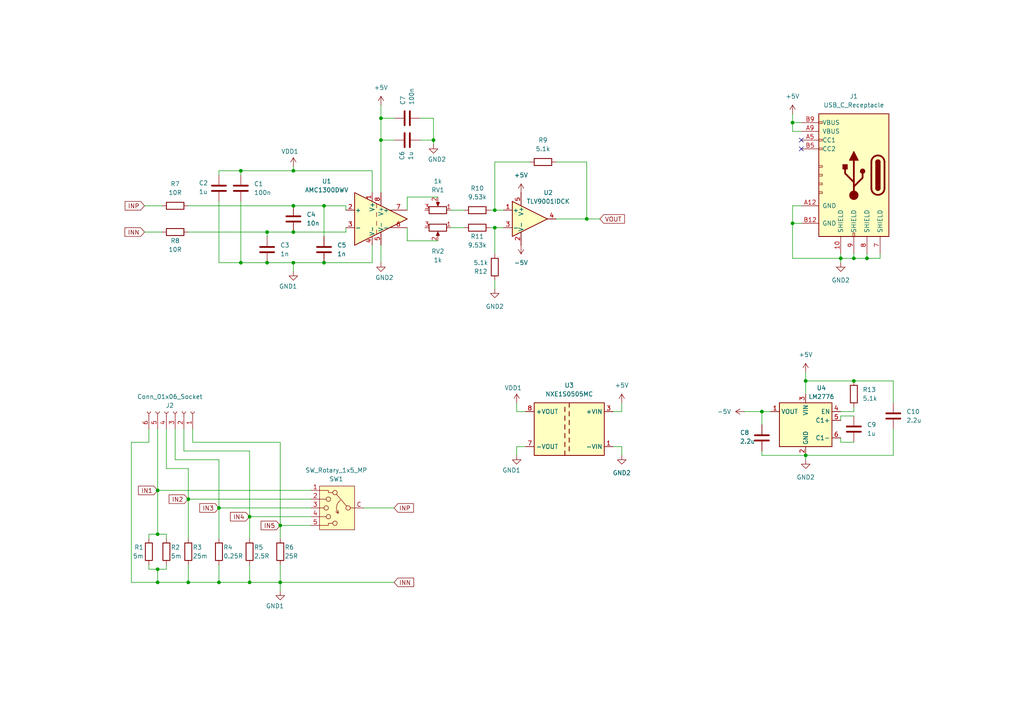
<source format=kicad_sch>
(kicad_sch
	(version 20231120)
	(generator "eeschema")
	(generator_version "8.0")
	(uuid "c3bcbe89-7e57-49ab-8bf5-0cff83efdb0c")
	(paper "A4")
	(lib_symbols
		(symbol "Amplifier_Difference:AMC1300DWV"
			(pin_names
				(offset 0.127)
			)
			(exclude_from_sim no)
			(in_bom yes)
			(on_board yes)
			(property "Reference" "U"
				(at 7.62 8.89 0)
				(effects
					(font
						(size 1.27 1.27)
					)
					(justify right)
				)
			)
			(property "Value" "AMC1300DWV"
				(at 1.27 6.35 0)
				(effects
					(font
						(size 1.27 1.27)
					)
					(justify left)
				)
			)
			(property "Footprint" "Package_SO:SOIC-8_7.5x5.85mm_P1.27mm"
				(at 0 0 0)
				(effects
					(font
						(size 1.27 1.27)
					)
					(hide yes)
				)
			)
			(property "Datasheet" "http://www.ti.com/lit/ds/symlink/amc1300.pdf"
				(at 16.51 -17.78 0)
				(effects
					(font
						(size 1.27 1.27)
					)
					(hide yes)
				)
			)
			(property "Description" "Precision, ±250-mV Input, Reinforced Isolated Amplifier, Fixed Gain = 8.2, UL1577/VDE V 0884-11 Approved, SOIC-8"
				(at 0 0 0)
				(effects
					(font
						(size 1.27 1.27)
					)
					(hide yes)
				)
			)
			(property "ki_keywords" "isolated difference amplifier"
				(at 0 0 0)
				(effects
					(font
						(size 1.27 1.27)
					)
					(hide yes)
				)
			)
			(property "ki_fp_filters" "SOIC*7.5x5.85mm*P1.27mm*"
				(at 0 0 0)
				(effects
					(font
						(size 1.27 1.27)
					)
					(hide yes)
				)
			)
			(symbol "AMC1300DWV_0_1"
				(polyline
					(pts
						(xy -1.27 -3.175) (xy -1.27 -4.445)
					)
					(stroke
						(width 0)
						(type default)
					)
					(fill
						(type none)
					)
				)
				(polyline
					(pts
						(xy -1.27 -0.635) (xy -1.27 -1.905)
					)
					(stroke
						(width 0)
						(type default)
					)
					(fill
						(type none)
					)
				)
				(polyline
					(pts
						(xy -1.27 1.905) (xy -1.27 0.635)
					)
					(stroke
						(width 0)
						(type default)
					)
					(fill
						(type none)
					)
				)
				(polyline
					(pts
						(xy -1.27 4.445) (xy -1.27 3.175)
					)
					(stroke
						(width 0)
						(type default)
					)
					(fill
						(type none)
					)
				)
				(polyline
					(pts
						(xy -7.62 -7.62) (xy -7.62 7.62) (xy 7.62 0) (xy -7.62 -7.62)
					)
					(stroke
						(width 0.254)
						(type default)
					)
					(fill
						(type background)
					)
				)
			)
			(symbol "AMC1300DWV_1_1"
				(pin power_in line
					(at -2.54 7.62 270)
					(length 2.54)
					(name "V+"
						(effects
							(font
								(size 1.27 1.27)
							)
						)
					)
					(number "1"
						(effects
							(font
								(size 1.27 1.27)
							)
						)
					)
				)
				(pin input line
					(at -10.16 2.54 0)
					(length 2.54)
					(name "+"
						(effects
							(font
								(size 1.27 1.27)
							)
						)
					)
					(number "2"
						(effects
							(font
								(size 1.27 1.27)
							)
						)
					)
				)
				(pin input line
					(at -10.16 -2.54 0)
					(length 2.54)
					(name "-"
						(effects
							(font
								(size 1.27 1.27)
							)
						)
					)
					(number "3"
						(effects
							(font
								(size 1.27 1.27)
							)
						)
					)
				)
				(pin power_in line
					(at -2.54 -7.62 90)
					(length 2.54)
					(name "V-"
						(effects
							(font
								(size 1.27 1.27)
							)
						)
					)
					(number "4"
						(effects
							(font
								(size 1.27 1.27)
							)
						)
					)
				)
				(pin power_in line
					(at 0 -7.62 90)
					(length 3.81)
					(name "V-"
						(effects
							(font
								(size 1.27 1.27)
							)
						)
					)
					(number "5"
						(effects
							(font
								(size 1.27 1.27)
							)
						)
					)
				)
				(pin output line
					(at 7.62 -2.54 180)
					(length 5.08)
					(name "-"
						(effects
							(font
								(size 1.27 1.27)
							)
						)
					)
					(number "6"
						(effects
							(font
								(size 1.27 1.27)
							)
						)
					)
				)
				(pin output line
					(at 7.62 2.54 180)
					(length 5.08)
					(name "+"
						(effects
							(font
								(size 1.27 1.27)
							)
						)
					)
					(number "7"
						(effects
							(font
								(size 1.27 1.27)
							)
						)
					)
				)
				(pin power_in line
					(at 0 7.62 270)
					(length 3.81)
					(name "V+"
						(effects
							(font
								(size 1.27 1.27)
							)
						)
					)
					(number "8"
						(effects
							(font
								(size 1.27 1.27)
							)
						)
					)
				)
			)
		)
		(symbol "Amplifier_Operational:TLV9001IDCK"
			(pin_names
				(offset 0.127)
			)
			(exclude_from_sim no)
			(in_bom yes)
			(on_board yes)
			(property "Reference" "U"
				(at 7.62 2.54 0)
				(effects
					(font
						(size 1.27 1.27)
					)
				)
			)
			(property "Value" "TLV9001IDCK"
				(at 11.43 -2.54 0)
				(effects
					(font
						(size 1.27 1.27)
					)
				)
			)
			(property "Footprint" "Package_TO_SOT_SMD:SOT-353_SC-70-5"
				(at 5.08 0 0)
				(effects
					(font
						(size 1.27 1.27)
					)
					(hide yes)
				)
			)
			(property "Datasheet" "https://www.ti.com/lit/ds/symlink/tlv9001.pdf"
				(at 0 0 0)
				(effects
					(font
						(size 1.27 1.27)
					)
					(hide yes)
				)
			)
			(property "Description" "Low-power, Rail-to-Rail, 1MHz Operational Amplifier, SOT-353"
				(at 0 0 0)
				(effects
					(font
						(size 1.27 1.27)
					)
					(hide yes)
				)
			)
			(property "ki_keywords" "op amp operational amplifier"
				(at 0 0 0)
				(effects
					(font
						(size 1.27 1.27)
					)
					(hide yes)
				)
			)
			(property "ki_fp_filters" "SOT*353*SC*70*"
				(at 0 0 0)
				(effects
					(font
						(size 1.27 1.27)
					)
					(hide yes)
				)
			)
			(symbol "TLV9001IDCK_0_1"
				(polyline
					(pts
						(xy -2.54 5.08) (xy -2.54 -5.08) (xy 7.62 0) (xy -2.54 5.08)
					)
					(stroke
						(width 0.254)
						(type default)
					)
					(fill
						(type background)
					)
				)
			)
			(symbol "TLV9001IDCK_1_1"
				(pin input line
					(at -5.08 2.54 0)
					(length 2.54)
					(name "+"
						(effects
							(font
								(size 1.27 1.27)
							)
						)
					)
					(number "1"
						(effects
							(font
								(size 1.27 1.27)
							)
						)
					)
				)
				(pin power_in line
					(at 0 -7.62 90)
					(length 3.81)
					(name "V-"
						(effects
							(font
								(size 1.27 1.27)
							)
						)
					)
					(number "2"
						(effects
							(font
								(size 1.27 1.27)
							)
						)
					)
				)
				(pin input line
					(at -5.08 -2.54 0)
					(length 2.54)
					(name "-"
						(effects
							(font
								(size 1.27 1.27)
							)
						)
					)
					(number "3"
						(effects
							(font
								(size 1.27 1.27)
							)
						)
					)
				)
				(pin output line
					(at 10.16 0 180)
					(length 2.54)
					(name "~"
						(effects
							(font
								(size 1.27 1.27)
							)
						)
					)
					(number "4"
						(effects
							(font
								(size 1.27 1.27)
							)
						)
					)
				)
				(pin power_in line
					(at 0 7.62 270)
					(length 3.81)
					(name "V+"
						(effects
							(font
								(size 1.27 1.27)
							)
						)
					)
					(number "5"
						(effects
							(font
								(size 1.27 1.27)
							)
						)
					)
				)
			)
		)
		(symbol "Connector:Conn_01x06_Socket"
			(pin_names
				(offset 1.016) hide)
			(exclude_from_sim no)
			(in_bom yes)
			(on_board yes)
			(property "Reference" "J"
				(at 0 7.62 0)
				(effects
					(font
						(size 1.27 1.27)
					)
				)
			)
			(property "Value" "Conn_01x06_Socket"
				(at 0 -10.16 0)
				(effects
					(font
						(size 1.27 1.27)
					)
				)
			)
			(property "Footprint" ""
				(at 0 0 0)
				(effects
					(font
						(size 1.27 1.27)
					)
					(hide yes)
				)
			)
			(property "Datasheet" "~"
				(at 0 0 0)
				(effects
					(font
						(size 1.27 1.27)
					)
					(hide yes)
				)
			)
			(property "Description" "Generic connector, single row, 01x06, script generated"
				(at 0 0 0)
				(effects
					(font
						(size 1.27 1.27)
					)
					(hide yes)
				)
			)
			(property "ki_locked" ""
				(at 0 0 0)
				(effects
					(font
						(size 1.27 1.27)
					)
				)
			)
			(property "ki_keywords" "connector"
				(at 0 0 0)
				(effects
					(font
						(size 1.27 1.27)
					)
					(hide yes)
				)
			)
			(property "ki_fp_filters" "Connector*:*_1x??_*"
				(at 0 0 0)
				(effects
					(font
						(size 1.27 1.27)
					)
					(hide yes)
				)
			)
			(symbol "Conn_01x06_Socket_1_1"
				(arc
					(start 0 -7.112)
					(mid -0.5058 -7.62)
					(end 0 -8.128)
					(stroke
						(width 0.1524)
						(type default)
					)
					(fill
						(type none)
					)
				)
				(arc
					(start 0 -4.572)
					(mid -0.5058 -5.08)
					(end 0 -5.588)
					(stroke
						(width 0.1524)
						(type default)
					)
					(fill
						(type none)
					)
				)
				(arc
					(start 0 -2.032)
					(mid -0.5058 -2.54)
					(end 0 -3.048)
					(stroke
						(width 0.1524)
						(type default)
					)
					(fill
						(type none)
					)
				)
				(polyline
					(pts
						(xy -1.27 -7.62) (xy -0.508 -7.62)
					)
					(stroke
						(width 0.1524)
						(type default)
					)
					(fill
						(type none)
					)
				)
				(polyline
					(pts
						(xy -1.27 -5.08) (xy -0.508 -5.08)
					)
					(stroke
						(width 0.1524)
						(type default)
					)
					(fill
						(type none)
					)
				)
				(polyline
					(pts
						(xy -1.27 -2.54) (xy -0.508 -2.54)
					)
					(stroke
						(width 0.1524)
						(type default)
					)
					(fill
						(type none)
					)
				)
				(polyline
					(pts
						(xy -1.27 0) (xy -0.508 0)
					)
					(stroke
						(width 0.1524)
						(type default)
					)
					(fill
						(type none)
					)
				)
				(polyline
					(pts
						(xy -1.27 2.54) (xy -0.508 2.54)
					)
					(stroke
						(width 0.1524)
						(type default)
					)
					(fill
						(type none)
					)
				)
				(polyline
					(pts
						(xy -1.27 5.08) (xy -0.508 5.08)
					)
					(stroke
						(width 0.1524)
						(type default)
					)
					(fill
						(type none)
					)
				)
				(arc
					(start 0 0.508)
					(mid -0.5058 0)
					(end 0 -0.508)
					(stroke
						(width 0.1524)
						(type default)
					)
					(fill
						(type none)
					)
				)
				(arc
					(start 0 3.048)
					(mid -0.5058 2.54)
					(end 0 2.032)
					(stroke
						(width 0.1524)
						(type default)
					)
					(fill
						(type none)
					)
				)
				(arc
					(start 0 5.588)
					(mid -0.5058 5.08)
					(end 0 4.572)
					(stroke
						(width 0.1524)
						(type default)
					)
					(fill
						(type none)
					)
				)
				(pin passive line
					(at -5.08 5.08 0)
					(length 3.81)
					(name "Pin_1"
						(effects
							(font
								(size 1.27 1.27)
							)
						)
					)
					(number "1"
						(effects
							(font
								(size 1.27 1.27)
							)
						)
					)
				)
				(pin passive line
					(at -5.08 2.54 0)
					(length 3.81)
					(name "Pin_2"
						(effects
							(font
								(size 1.27 1.27)
							)
						)
					)
					(number "2"
						(effects
							(font
								(size 1.27 1.27)
							)
						)
					)
				)
				(pin passive line
					(at -5.08 0 0)
					(length 3.81)
					(name "Pin_3"
						(effects
							(font
								(size 1.27 1.27)
							)
						)
					)
					(number "3"
						(effects
							(font
								(size 1.27 1.27)
							)
						)
					)
				)
				(pin passive line
					(at -5.08 -2.54 0)
					(length 3.81)
					(name "Pin_4"
						(effects
							(font
								(size 1.27 1.27)
							)
						)
					)
					(number "4"
						(effects
							(font
								(size 1.27 1.27)
							)
						)
					)
				)
				(pin passive line
					(at -5.08 -5.08 0)
					(length 3.81)
					(name "Pin_5"
						(effects
							(font
								(size 1.27 1.27)
							)
						)
					)
					(number "5"
						(effects
							(font
								(size 1.27 1.27)
							)
						)
					)
				)
				(pin passive line
					(at -5.08 -7.62 0)
					(length 3.81)
					(name "Pin_6"
						(effects
							(font
								(size 1.27 1.27)
							)
						)
					)
					(number "6"
						(effects
							(font
								(size 1.27 1.27)
							)
						)
					)
				)
			)
		)
		(symbol "Connector:USB_C_Receptacle_USB2.0_14P"
			(pin_names
				(offset 1.016)
			)
			(exclude_from_sim no)
			(in_bom yes)
			(on_board yes)
			(property "Reference" "J1"
				(at 0 22.86 0)
				(effects
					(font
						(size 1.27 1.27)
					)
				)
			)
			(property "Value" "USB_C_Receptacle"
				(at 0 20.32 0)
				(effects
					(font
						(size 1.27 1.27)
					)
				)
			)
			(property "Footprint" "Connector_USB:CONN_10164359-00011LF_AMP"
				(at 6.858 -34.798 0)
				(effects
					(font
						(size 1.27 1.27)
					)
					(hide yes)
				)
			)
			(property "Datasheet" "https://www.usb.org/sites/default/files/documents/usb_type-c.zip"
				(at 7.112 -32.004 0)
				(effects
					(font
						(size 1.27 1.27)
					)
					(hide yes)
				)
			)
			(property "Description" "USB 2.0-only 14P Type-C Receptacle connector"
				(at 3.048 -34.798 0)
				(effects
					(font
						(size 1.27 1.27)
					)
					(hide yes)
				)
			)
			(property "ki_keywords" "usb universal serial bus type-C USB2.0"
				(at 0 0 0)
				(effects
					(font
						(size 1.27 1.27)
					)
					(hide yes)
				)
			)
			(property "ki_fp_filters" "USB*C*Receptacle*"
				(at 0 0 0)
				(effects
					(font
						(size 1.27 1.27)
					)
					(hide yes)
				)
			)
			(symbol "USB_C_Receptacle_USB2.0_14P_0_0"
				(rectangle
					(start -0.254 -17.78)
					(end 0.254 -16.764)
					(stroke
						(width 0)
						(type default)
					)
					(fill
						(type none)
					)
				)
				(rectangle
					(start 10.16 -4.826)
					(end 9.144 -5.334)
					(stroke
						(width 0)
						(type default)
					)
					(fill
						(type none)
					)
				)
				(rectangle
					(start 10.16 -2.286)
					(end 9.144 -2.794)
					(stroke
						(width 0)
						(type default)
					)
					(fill
						(type none)
					)
				)
				(rectangle
					(start 10.16 0.254)
					(end 9.144 -0.254)
					(stroke
						(width 0)
						(type default)
					)
					(fill
						(type none)
					)
				)
				(rectangle
					(start 10.16 2.794)
					(end 9.144 2.286)
					(stroke
						(width 0)
						(type default)
					)
					(fill
						(type none)
					)
				)
				(rectangle
					(start 10.16 7.874)
					(end 9.144 7.366)
					(stroke
						(width 0)
						(type default)
					)
					(fill
						(type none)
					)
				)
				(rectangle
					(start 10.16 10.414)
					(end 9.144 9.906)
					(stroke
						(width 0)
						(type default)
					)
					(fill
						(type none)
					)
				)
				(rectangle
					(start 10.16 15.494)
					(end 9.144 14.986)
					(stroke
						(width 0)
						(type default)
					)
					(fill
						(type none)
					)
				)
			)
			(symbol "USB_C_Receptacle_USB2.0_14P_0_1"
				(rectangle
					(start -10.16 17.78)
					(end 10.16 -17.78)
					(stroke
						(width 0.254)
						(type default)
					)
					(fill
						(type background)
					)
				)
				(arc
					(start -8.89 -3.81)
					(mid -6.985 -5.7067)
					(end -5.08 -3.81)
					(stroke
						(width 0.508)
						(type default)
					)
					(fill
						(type none)
					)
				)
				(arc
					(start -7.62 -3.81)
					(mid -6.985 -4.4423)
					(end -6.35 -3.81)
					(stroke
						(width 0.254)
						(type default)
					)
					(fill
						(type none)
					)
				)
				(arc
					(start -7.62 -3.81)
					(mid -6.985 -4.4423)
					(end -6.35 -3.81)
					(stroke
						(width 0.254)
						(type default)
					)
					(fill
						(type outline)
					)
				)
				(rectangle
					(start -7.62 -3.81)
					(end -6.35 3.81)
					(stroke
						(width 0.254)
						(type default)
					)
					(fill
						(type outline)
					)
				)
				(arc
					(start -6.35 3.81)
					(mid -6.985 4.4423)
					(end -7.62 3.81)
					(stroke
						(width 0.254)
						(type default)
					)
					(fill
						(type none)
					)
				)
				(arc
					(start -6.35 3.81)
					(mid -6.985 4.4423)
					(end -7.62 3.81)
					(stroke
						(width 0.254)
						(type default)
					)
					(fill
						(type outline)
					)
				)
				(arc
					(start -5.08 3.81)
					(mid -6.985 5.7067)
					(end -8.89 3.81)
					(stroke
						(width 0.508)
						(type default)
					)
					(fill
						(type none)
					)
				)
				(circle
					(center -2.54 1.143)
					(radius 0.635)
					(stroke
						(width 0.254)
						(type default)
					)
					(fill
						(type outline)
					)
				)
				(circle
					(center 0 -5.842)
					(radius 1.27)
					(stroke
						(width 0)
						(type default)
					)
					(fill
						(type outline)
					)
				)
				(polyline
					(pts
						(xy -8.89 -3.81) (xy -8.89 3.81)
					)
					(stroke
						(width 0.508)
						(type default)
					)
					(fill
						(type none)
					)
				)
				(polyline
					(pts
						(xy -5.08 3.81) (xy -5.08 -3.81)
					)
					(stroke
						(width 0.508)
						(type default)
					)
					(fill
						(type none)
					)
				)
				(polyline
					(pts
						(xy 0 -5.842) (xy 0 4.318)
					)
					(stroke
						(width 0.508)
						(type default)
					)
					(fill
						(type none)
					)
				)
				(polyline
					(pts
						(xy 0 -3.302) (xy -2.54 -0.762) (xy -2.54 0.508)
					)
					(stroke
						(width 0.508)
						(type default)
					)
					(fill
						(type none)
					)
				)
				(polyline
					(pts
						(xy 0 -2.032) (xy 2.54 0.508) (xy 2.54 1.778)
					)
					(stroke
						(width 0.508)
						(type default)
					)
					(fill
						(type none)
					)
				)
				(polyline
					(pts
						(xy -1.27 4.318) (xy 0 6.858) (xy 1.27 4.318) (xy -1.27 4.318)
					)
					(stroke
						(width 0.254)
						(type default)
					)
					(fill
						(type outline)
					)
				)
				(rectangle
					(start 1.905 1.778)
					(end 3.175 3.048)
					(stroke
						(width 0.254)
						(type default)
					)
					(fill
						(type outline)
					)
				)
			)
			(symbol "USB_C_Receptacle_USB2.0_14P_1_1"
				(pin passive line
					(at 3.81 -22.86 90)
					(length 5.08)
					(name "SHIELD"
						(effects
							(font
								(size 1.27 1.27)
							)
						)
					)
					(number "10"
						(effects
							(font
								(size 1.27 1.27)
							)
						)
					)
				)
				(pin passive line
					(at -7.62 -22.86 90)
					(length 5.08)
					(name "SHIELD"
						(effects
							(font
								(size 1.27 1.27)
							)
						)
					)
					(number "7"
						(effects
							(font
								(size 1.27 1.27)
							)
						)
					)
				)
				(pin passive line
					(at -3.81 -22.86 90)
					(length 5.08)
					(name "SHIELD"
						(effects
							(font
								(size 1.27 1.27)
							)
						)
					)
					(number "8"
						(effects
							(font
								(size 1.27 1.27)
							)
						)
					)
				)
				(pin passive line
					(at 0 -22.86 90)
					(length 5.08)
					(name "SHIELD"
						(effects
							(font
								(size 1.27 1.27)
							)
						)
					)
					(number "9"
						(effects
							(font
								(size 1.27 1.27)
							)
						)
					)
				)
				(pin passive line
					(at 15.24 -8.89 180)
					(length 5.08)
					(name "GND"
						(effects
							(font
								(size 1.27 1.27)
							)
						)
					)
					(number "A12"
						(effects
							(font
								(size 1.27 1.27)
							)
						)
					)
				)
				(pin bidirectional line
					(at 15.24 10.16 180)
					(length 5.08)
					(name "CC1"
						(effects
							(font
								(size 1.27 1.27)
							)
						)
					)
					(number "A5"
						(effects
							(font
								(size 1.27 1.27)
							)
						)
					)
				)
				(pin passive line
					(at 15.24 12.7 180)
					(length 5.08)
					(name "VBUS"
						(effects
							(font
								(size 1.27 1.27)
							)
						)
					)
					(number "A9"
						(effects
							(font
								(size 1.27 1.27)
							)
						)
					)
				)
				(pin passive line
					(at 15.24 -13.97 180)
					(length 5.08)
					(name "GND"
						(effects
							(font
								(size 1.27 1.27)
							)
						)
					)
					(number "B12"
						(effects
							(font
								(size 1.27 1.27)
							)
						)
					)
				)
				(pin bidirectional line
					(at 15.24 7.62 180)
					(length 5.08)
					(name "CC2"
						(effects
							(font
								(size 1.27 1.27)
							)
						)
					)
					(number "B5"
						(effects
							(font
								(size 1.27 1.27)
							)
						)
					)
				)
				(pin passive line
					(at 15.24 15.24 180)
					(length 5.08)
					(name "VBUS"
						(effects
							(font
								(size 1.27 1.27)
							)
						)
					)
					(number "B9"
						(effects
							(font
								(size 1.27 1.27)
							)
						)
					)
				)
			)
		)
		(symbol "Device:C"
			(pin_numbers hide)
			(pin_names
				(offset 0.254)
			)
			(exclude_from_sim no)
			(in_bom yes)
			(on_board yes)
			(property "Reference" "C"
				(at 0.635 2.54 0)
				(effects
					(font
						(size 1.27 1.27)
					)
					(justify left)
				)
			)
			(property "Value" "C"
				(at 0.635 -2.54 0)
				(effects
					(font
						(size 1.27 1.27)
					)
					(justify left)
				)
			)
			(property "Footprint" ""
				(at 0.9652 -3.81 0)
				(effects
					(font
						(size 1.27 1.27)
					)
					(hide yes)
				)
			)
			(property "Datasheet" "~"
				(at 0 0 0)
				(effects
					(font
						(size 1.27 1.27)
					)
					(hide yes)
				)
			)
			(property "Description" "Unpolarized capacitor"
				(at 0 0 0)
				(effects
					(font
						(size 1.27 1.27)
					)
					(hide yes)
				)
			)
			(property "ki_keywords" "cap capacitor"
				(at 0 0 0)
				(effects
					(font
						(size 1.27 1.27)
					)
					(hide yes)
				)
			)
			(property "ki_fp_filters" "C_*"
				(at 0 0 0)
				(effects
					(font
						(size 1.27 1.27)
					)
					(hide yes)
				)
			)
			(symbol "C_0_1"
				(polyline
					(pts
						(xy -2.032 -0.762) (xy 2.032 -0.762)
					)
					(stroke
						(width 0.508)
						(type default)
					)
					(fill
						(type none)
					)
				)
				(polyline
					(pts
						(xy -2.032 0.762) (xy 2.032 0.762)
					)
					(stroke
						(width 0.508)
						(type default)
					)
					(fill
						(type none)
					)
				)
			)
			(symbol "C_1_1"
				(pin passive line
					(at 0 3.81 270)
					(length 2.794)
					(name "~"
						(effects
							(font
								(size 1.27 1.27)
							)
						)
					)
					(number "1"
						(effects
							(font
								(size 1.27 1.27)
							)
						)
					)
				)
				(pin passive line
					(at 0 -3.81 90)
					(length 2.794)
					(name "~"
						(effects
							(font
								(size 1.27 1.27)
							)
						)
					)
					(number "2"
						(effects
							(font
								(size 1.27 1.27)
							)
						)
					)
				)
			)
		)
		(symbol "Device:R"
			(pin_numbers hide)
			(pin_names
				(offset 0)
			)
			(exclude_from_sim no)
			(in_bom yes)
			(on_board yes)
			(property "Reference" "R"
				(at 2.032 0 90)
				(effects
					(font
						(size 1.27 1.27)
					)
				)
			)
			(property "Value" "R"
				(at 0 0 90)
				(effects
					(font
						(size 1.27 1.27)
					)
				)
			)
			(property "Footprint" ""
				(at -1.778 0 90)
				(effects
					(font
						(size 1.27 1.27)
					)
					(hide yes)
				)
			)
			(property "Datasheet" "~"
				(at 0 0 0)
				(effects
					(font
						(size 1.27 1.27)
					)
					(hide yes)
				)
			)
			(property "Description" "Resistor"
				(at 0 0 0)
				(effects
					(font
						(size 1.27 1.27)
					)
					(hide yes)
				)
			)
			(property "ki_keywords" "R res resistor"
				(at 0 0 0)
				(effects
					(font
						(size 1.27 1.27)
					)
					(hide yes)
				)
			)
			(property "ki_fp_filters" "R_*"
				(at 0 0 0)
				(effects
					(font
						(size 1.27 1.27)
					)
					(hide yes)
				)
			)
			(symbol "R_0_1"
				(rectangle
					(start -1.016 -2.54)
					(end 1.016 2.54)
					(stroke
						(width 0.254)
						(type default)
					)
					(fill
						(type none)
					)
				)
			)
			(symbol "R_1_1"
				(pin passive line
					(at 0 3.81 270)
					(length 1.27)
					(name "~"
						(effects
							(font
								(size 1.27 1.27)
							)
						)
					)
					(number "1"
						(effects
							(font
								(size 1.27 1.27)
							)
						)
					)
				)
				(pin passive line
					(at 0 -3.81 90)
					(length 1.27)
					(name "~"
						(effects
							(font
								(size 1.27 1.27)
							)
						)
					)
					(number "2"
						(effects
							(font
								(size 1.27 1.27)
							)
						)
					)
				)
			)
		)
		(symbol "Device:R_Potentiometer"
			(pin_names
				(offset 1.016) hide)
			(exclude_from_sim no)
			(in_bom yes)
			(on_board yes)
			(property "Reference" "RV"
				(at -4.445 0 90)
				(effects
					(font
						(size 1.27 1.27)
					)
				)
			)
			(property "Value" "R_Potentiometer"
				(at -2.54 0 90)
				(effects
					(font
						(size 1.27 1.27)
					)
				)
			)
			(property "Footprint" ""
				(at 0 0 0)
				(effects
					(font
						(size 1.27 1.27)
					)
					(hide yes)
				)
			)
			(property "Datasheet" "~"
				(at 0 0 0)
				(effects
					(font
						(size 1.27 1.27)
					)
					(hide yes)
				)
			)
			(property "Description" "Potentiometer"
				(at 0 0 0)
				(effects
					(font
						(size 1.27 1.27)
					)
					(hide yes)
				)
			)
			(property "ki_keywords" "resistor variable"
				(at 0 0 0)
				(effects
					(font
						(size 1.27 1.27)
					)
					(hide yes)
				)
			)
			(property "ki_fp_filters" "Potentiometer*"
				(at 0 0 0)
				(effects
					(font
						(size 1.27 1.27)
					)
					(hide yes)
				)
			)
			(symbol "R_Potentiometer_0_1"
				(polyline
					(pts
						(xy 2.54 0) (xy 1.524 0)
					)
					(stroke
						(width 0)
						(type default)
					)
					(fill
						(type none)
					)
				)
				(polyline
					(pts
						(xy 1.143 0) (xy 2.286 0.508) (xy 2.286 -0.508) (xy 1.143 0)
					)
					(stroke
						(width 0)
						(type default)
					)
					(fill
						(type outline)
					)
				)
				(rectangle
					(start 1.016 2.54)
					(end -1.016 -2.54)
					(stroke
						(width 0.254)
						(type default)
					)
					(fill
						(type none)
					)
				)
			)
			(symbol "R_Potentiometer_1_1"
				(pin passive line
					(at 0 3.81 270)
					(length 1.27)
					(name "1"
						(effects
							(font
								(size 1.27 1.27)
							)
						)
					)
					(number "1"
						(effects
							(font
								(size 1.27 1.27)
							)
						)
					)
				)
				(pin passive line
					(at 3.81 0 180)
					(length 1.27)
					(name "2"
						(effects
							(font
								(size 1.27 1.27)
							)
						)
					)
					(number "2"
						(effects
							(font
								(size 1.27 1.27)
							)
						)
					)
				)
				(pin passive line
					(at 0 -3.81 90)
					(length 1.27)
					(name "3"
						(effects
							(font
								(size 1.27 1.27)
							)
						)
					)
					(number "3"
						(effects
							(font
								(size 1.27 1.27)
							)
						)
					)
				)
			)
		)
		(symbol "Regulator_SwitchedCapacitor:LM2776"
			(exclude_from_sim no)
			(in_bom yes)
			(on_board yes)
			(property "Reference" "U"
				(at -6.35 6.35 0)
				(effects
					(font
						(size 1.27 1.27)
					)
				)
			)
			(property "Value" "LM2776"
				(at 1.27 6.35 0)
				(effects
					(font
						(size 1.27 1.27)
					)
					(justify left)
				)
			)
			(property "Footprint" "Package_TO_SOT_SMD:SOT-23-6"
				(at 1.27 -8.89 0)
				(effects
					(font
						(size 1.27 1.27)
					)
					(justify left)
					(hide yes)
				)
			)
			(property "Datasheet" "http://www.ti.com/lit/ds/symlink/lm2776.pdf"
				(at -46.99 31.75 0)
				(effects
					(font
						(size 1.27 1.27)
					)
					(hide yes)
				)
			)
			(property "Description" "Switched capacitor inverter, inverts positive voltage +2.7 to +5.5V to negative, 200mA, SOT-23-6"
				(at 0 0 0)
				(effects
					(font
						(size 1.27 1.27)
					)
					(hide yes)
				)
			)
			(property "ki_keywords" "Switched capacitor inverter"
				(at 0 0 0)
				(effects
					(font
						(size 1.27 1.27)
					)
					(hide yes)
				)
			)
			(property "ki_fp_filters" "SOT?23*"
				(at 0 0 0)
				(effects
					(font
						(size 1.27 1.27)
					)
					(hide yes)
				)
			)
			(symbol "LM2776_0_1"
				(rectangle
					(start -7.62 5.08)
					(end 7.62 -7.62)
					(stroke
						(width 0.254)
						(type default)
					)
					(fill
						(type background)
					)
				)
			)
			(symbol "LM2776_1_1"
				(pin power_out line
					(at 10.16 2.54 180)
					(length 2.54)
					(name "VOUT"
						(effects
							(font
								(size 1.27 1.27)
							)
						)
					)
					(number "1"
						(effects
							(font
								(size 1.27 1.27)
							)
						)
					)
				)
				(pin power_in line
					(at 0 -10.16 90)
					(length 2.54)
					(name "GND"
						(effects
							(font
								(size 1.27 1.27)
							)
						)
					)
					(number "2"
						(effects
							(font
								(size 1.27 1.27)
							)
						)
					)
				)
				(pin power_in line
					(at 0 7.62 270)
					(length 2.54)
					(name "VIN"
						(effects
							(font
								(size 1.27 1.27)
							)
						)
					)
					(number "3"
						(effects
							(font
								(size 1.27 1.27)
							)
						)
					)
				)
				(pin input line
					(at -10.16 2.54 0)
					(length 2.54)
					(name "EN"
						(effects
							(font
								(size 1.27 1.27)
							)
						)
					)
					(number "4"
						(effects
							(font
								(size 1.27 1.27)
							)
						)
					)
				)
				(pin passive line
					(at -10.16 0 0)
					(length 2.54)
					(name "C1+"
						(effects
							(font
								(size 1.27 1.27)
							)
						)
					)
					(number "5"
						(effects
							(font
								(size 1.27 1.27)
							)
						)
					)
				)
				(pin passive line
					(at -10.16 -5.08 0)
					(length 2.54)
					(name "C1-"
						(effects
							(font
								(size 1.27 1.27)
							)
						)
					)
					(number "6"
						(effects
							(font
								(size 1.27 1.27)
							)
						)
					)
				)
			)
		)
		(symbol "Regulator_Switching:NXE1S0505MC"
			(exclude_from_sim no)
			(in_bom yes)
			(on_board yes)
			(property "Reference" "U"
				(at -8.89 8.89 0)
				(effects
					(font
						(size 1.27 1.27)
					)
				)
			)
			(property "Value" "NXE1S0505MC"
				(at 2.54 8.89 0)
				(effects
					(font
						(size 1.27 1.27)
					)
				)
			)
			(property "Footprint" "Converter_DCDC:Converter_DCDC_Murata_NXExSxxxxMC_SMD"
				(at 0 -8.89 0)
				(effects
					(font
						(size 1.27 1.27)
					)
					(hide yes)
				)
			)
			(property "Datasheet" "https://www.murata.com/products/productdata/8807031865374/kdc-nxe1.pdf"
				(at 0 -12.7 0)
				(effects
					(font
						(size 1.27 1.27)
					)
					(hide yes)
				)
			)
			(property "Description" "1W 5V to 5V 200mA DC-DC Converter with 3kV isolation"
				(at 0 0 0)
				(effects
					(font
						(size 1.27 1.27)
					)
					(hide yes)
				)
			)
			(property "ki_keywords" "isolated isolation dc-dc converter transformer"
				(at 0 0 0)
				(effects
					(font
						(size 1.27 1.27)
					)
					(hide yes)
				)
			)
			(property "ki_fp_filters" "Converter*DCDC*Murata*NXExSxxxxMC*"
				(at 0 0 0)
				(effects
					(font
						(size 1.27 1.27)
					)
					(hide yes)
				)
			)
			(symbol "NXE1S0505MC_0_1"
				(rectangle
					(start -10.16 7.62)
					(end 10.16 -7.62)
					(stroke
						(width 0.254)
						(type default)
					)
					(fill
						(type background)
					)
				)
				(polyline
					(pts
						(xy 0 -5.08) (xy 0 -6.35)
					)
					(stroke
						(width 0.254)
						(type default)
					)
					(fill
						(type none)
					)
				)
				(polyline
					(pts
						(xy 0 -2.54) (xy 0 -3.81)
					)
					(stroke
						(width 0.254)
						(type default)
					)
					(fill
						(type none)
					)
				)
				(polyline
					(pts
						(xy 0 0) (xy 0 -1.27)
					)
					(stroke
						(width 0.254)
						(type default)
					)
					(fill
						(type none)
					)
				)
				(polyline
					(pts
						(xy 0 2.54) (xy 0 1.27)
					)
					(stroke
						(width 0.254)
						(type default)
					)
					(fill
						(type none)
					)
				)
				(polyline
					(pts
						(xy 0 5.08) (xy 0 3.81)
					)
					(stroke
						(width 0.254)
						(type default)
					)
					(fill
						(type none)
					)
				)
				(polyline
					(pts
						(xy 0 7.62) (xy 0 6.35)
					)
					(stroke
						(width 0.254)
						(type default)
					)
					(fill
						(type none)
					)
				)
				(polyline
					(pts
						(xy 1.27 -7.62) (xy 1.27 -6.35)
					)
					(stroke
						(width 0.254)
						(type default)
					)
					(fill
						(type none)
					)
				)
				(polyline
					(pts
						(xy 1.27 -5.08) (xy 1.27 -3.81)
					)
					(stroke
						(width 0.254)
						(type default)
					)
					(fill
						(type none)
					)
				)
				(polyline
					(pts
						(xy 1.27 -2.54) (xy 1.27 -1.27)
					)
					(stroke
						(width 0.254)
						(type default)
					)
					(fill
						(type none)
					)
				)
				(polyline
					(pts
						(xy 1.27 0) (xy 1.27 1.27)
					)
					(stroke
						(width 0.254)
						(type default)
					)
					(fill
						(type none)
					)
				)
				(polyline
					(pts
						(xy 1.27 2.54) (xy 1.27 3.81)
					)
					(stroke
						(width 0.254)
						(type default)
					)
					(fill
						(type none)
					)
				)
				(polyline
					(pts
						(xy 1.27 5.08) (xy 1.27 6.35)
					)
					(stroke
						(width 0.254)
						(type default)
					)
					(fill
						(type none)
					)
				)
			)
			(symbol "NXE1S0505MC_1_1"
				(pin power_in line
					(at -12.7 -5.08 0)
					(length 2.54)
					(name "-VIN"
						(effects
							(font
								(size 1.27 1.27)
							)
						)
					)
					(number "1"
						(effects
							(font
								(size 1.27 1.27)
							)
						)
					)
				)
				(pin no_connect line
					(at -10.16 0 0)
					(length 2.54) hide
					(name "NC"
						(effects
							(font
								(size 1.27 1.27)
							)
						)
					)
					(number "14"
						(effects
							(font
								(size 1.27 1.27)
							)
						)
					)
				)
				(pin power_in line
					(at -12.7 5.08 0)
					(length 2.54)
					(name "+VIN"
						(effects
							(font
								(size 1.27 1.27)
							)
						)
					)
					(number "3"
						(effects
							(font
								(size 1.27 1.27)
							)
						)
					)
				)
				(pin power_out line
					(at 12.7 -5.08 180)
					(length 2.54)
					(name "-VOUT"
						(effects
							(font
								(size 1.27 1.27)
							)
						)
					)
					(number "7"
						(effects
							(font
								(size 1.27 1.27)
							)
						)
					)
				)
				(pin power_out line
					(at 12.7 5.08 180)
					(length 2.54)
					(name "+VOUT"
						(effects
							(font
								(size 1.27 1.27)
							)
						)
					)
					(number "8"
						(effects
							(font
								(size 1.27 1.27)
							)
						)
					)
				)
			)
		)
		(symbol "Switch:SW_Rotary_1x5_MP"
			(pin_names hide)
			(exclude_from_sim no)
			(in_bom yes)
			(on_board yes)
			(property "Reference" "SW1"
				(at 0.254 8.382 0)
				(effects
					(font
						(size 1.27 1.27)
					)
				)
			)
			(property "Value" "SW_Rotary_1x5_MP"
				(at 0.254 10.922 0)
				(effects
					(font
						(size 1.27 1.27)
					)
				)
			)
			(property "Footprint" "Library:RotarySwitch_C&J_RM"
				(at 0 -10.16 0)
				(effects
					(font
						(size 1.27 1.27)
					)
					(hide yes)
				)
			)
			(property "Datasheet" "~"
				(at 0 -12.7 0)
				(effects
					(font
						(size 1.27 1.27)
					)
					(hide yes)
				)
			)
			(property "Description" "Rotary switch 1x5, SP5T with mount point "
				(at 0 0 0)
				(effects
					(font
						(size 1.27 1.27)
					)
					(hide yes)
				)
			)
			(property "ki_keywords" "Rotary switch 1x5 SP5T"
				(at 0 0 0)
				(effects
					(font
						(size 1.27 1.27)
					)
					(hide yes)
				)
			)
			(symbol "SW_Rotary_1x5_MP_0_1"
				(circle
					(center -3.175 0)
					(radius 0.635)
					(stroke
						(width 0)
						(type default)
					)
					(fill
						(type none)
					)
				)
				(arc
					(start -0.3176 -1.5875)
					(mid 0.154 0.449)
					(end -0.9526 2.2225)
					(stroke
						(width 0)
						(type default)
					)
					(fill
						(type none)
					)
				)
				(polyline
					(pts
						(xy -5.08 0) (xy -3.81 0)
					)
					(stroke
						(width 0)
						(type default)
					)
					(fill
						(type none)
					)
				)
				(polyline
					(pts
						(xy -2.7432 0.508) (xy 0.2032 3.9624)
					)
					(stroke
						(width 0)
						(type default)
					)
					(fill
						(type none)
					)
				)
				(polyline
					(pts
						(xy -0.3176 -1.5875) (xy -0.3176 -1.5875)
					)
					(stroke
						(width 0)
						(type default)
					)
					(fill
						(type none)
					)
				)
				(polyline
					(pts
						(xy -0.3176 -1.5875) (xy -0.3176 -0.6985)
					)
					(stroke
						(width 0)
						(type default)
					)
					(fill
						(type none)
					)
				)
				(polyline
					(pts
						(xy -0.3176 -1.5875) (xy 0.4444 -1.0795)
					)
					(stroke
						(width 0)
						(type default)
					)
					(fill
						(type none)
					)
				)
				(polyline
					(pts
						(xy 5.08 -2.54) (xy 3.175 -2.54)
					)
					(stroke
						(width 0)
						(type default)
					)
					(fill
						(type none)
					)
				)
				(polyline
					(pts
						(xy 5.08 0) (xy 3.81 0)
					)
					(stroke
						(width 0)
						(type default)
					)
					(fill
						(type none)
					)
				)
				(polyline
					(pts
						(xy 5.08 2.54) (xy 3.175 2.54)
					)
					(stroke
						(width 0)
						(type default)
					)
					(fill
						(type none)
					)
				)
				(polyline
					(pts
						(xy 5.08 -5.08) (xy 2.54 -5.08) (xy 2.54 -4.445) (xy 1.27 -4.445)
					)
					(stroke
						(width 0)
						(type default)
					)
					(fill
						(type none)
					)
				)
				(polyline
					(pts
						(xy 5.08 5.08) (xy 2.54 5.08) (xy 2.54 4.445) (xy 1.27 4.445)
					)
					(stroke
						(width 0)
						(type default)
					)
					(fill
						(type none)
					)
				)
				(circle
					(center 0.635 -4.445)
					(radius 0.635)
					(stroke
						(width 0)
						(type default)
					)
					(fill
						(type none)
					)
				)
				(circle
					(center 0.635 4.445)
					(radius 0.635)
					(stroke
						(width 0)
						(type default)
					)
					(fill
						(type none)
					)
				)
				(circle
					(center 2.54 -2.54)
					(radius 0.635)
					(stroke
						(width 0)
						(type default)
					)
					(fill
						(type none)
					)
				)
				(circle
					(center 2.54 2.54)
					(radius 0.635)
					(stroke
						(width 0)
						(type default)
					)
					(fill
						(type none)
					)
				)
				(circle
					(center 3.175 0)
					(radius 0.635)
					(stroke
						(width 0)
						(type default)
					)
					(fill
						(type none)
					)
				)
			)
			(symbol "SW_Rotary_1x5_MP_1_1"
				(polyline
					(pts
						(xy -5.08 6.35) (xy 5.08 6.35) (xy 5.08 -6.35) (xy -5.08 -6.35) (xy -5.08 6.35) (xy -5.08 6.35)
					)
					(stroke
						(width 0)
						(type default)
					)
					(fill
						(type background)
					)
				)
				(pin passive line
					(at 7.62 5.08 180)
					(length 2.54)
					(name ""
						(effects
							(font
								(size 1.27 1.27)
							)
						)
					)
					(number "1"
						(effects
							(font
								(size 1.27 1.27)
							)
						)
					)
				)
				(pin passive line
					(at 7.62 2.54 180)
					(length 2.54)
					(name ""
						(effects
							(font
								(size 1.27 1.27)
							)
						)
					)
					(number "2"
						(effects
							(font
								(size 1.27 1.27)
							)
						)
					)
				)
				(pin passive line
					(at 7.62 0 180)
					(length 2.54)
					(name ""
						(effects
							(font
								(size 1.27 1.27)
							)
						)
					)
					(number "3"
						(effects
							(font
								(size 1.27 1.27)
							)
						)
					)
				)
				(pin passive line
					(at 7.62 -2.54 180)
					(length 2.54)
					(name ""
						(effects
							(font
								(size 1.27 1.27)
							)
						)
					)
					(number "4"
						(effects
							(font
								(size 1.27 1.27)
							)
						)
					)
				)
				(pin passive line
					(at 7.62 -5.08 180)
					(length 2.54)
					(name ""
						(effects
							(font
								(size 1.27 1.27)
							)
						)
					)
					(number "5"
						(effects
							(font
								(size 1.27 1.27)
							)
						)
					)
				)
				(pin passive line
					(at -7.62 0 0)
					(length 2.54)
					(name ""
						(effects
							(font
								(size 1.27 1.27)
							)
						)
					)
					(number "C"
						(effects
							(font
								(size 1.27 1.27)
							)
						)
					)
				)
			)
		)
		(symbol "power:+5V"
			(power)
			(pin_numbers hide)
			(pin_names
				(offset 0) hide)
			(exclude_from_sim no)
			(in_bom yes)
			(on_board yes)
			(property "Reference" "#PWR"
				(at 0 -3.81 0)
				(effects
					(font
						(size 1.27 1.27)
					)
					(hide yes)
				)
			)
			(property "Value" "+5V"
				(at 0 3.556 0)
				(effects
					(font
						(size 1.27 1.27)
					)
				)
			)
			(property "Footprint" ""
				(at 0 0 0)
				(effects
					(font
						(size 1.27 1.27)
					)
					(hide yes)
				)
			)
			(property "Datasheet" ""
				(at 0 0 0)
				(effects
					(font
						(size 1.27 1.27)
					)
					(hide yes)
				)
			)
			(property "Description" "Power symbol creates a global label with name \"+5V\""
				(at 0 0 0)
				(effects
					(font
						(size 1.27 1.27)
					)
					(hide yes)
				)
			)
			(property "ki_keywords" "global power"
				(at 0 0 0)
				(effects
					(font
						(size 1.27 1.27)
					)
					(hide yes)
				)
			)
			(symbol "+5V_0_1"
				(polyline
					(pts
						(xy -0.762 1.27) (xy 0 2.54)
					)
					(stroke
						(width 0)
						(type default)
					)
					(fill
						(type none)
					)
				)
				(polyline
					(pts
						(xy 0 0) (xy 0 2.54)
					)
					(stroke
						(width 0)
						(type default)
					)
					(fill
						(type none)
					)
				)
				(polyline
					(pts
						(xy 0 2.54) (xy 0.762 1.27)
					)
					(stroke
						(width 0)
						(type default)
					)
					(fill
						(type none)
					)
				)
			)
			(symbol "+5V_1_1"
				(pin power_in line
					(at 0 0 90)
					(length 0)
					(name "~"
						(effects
							(font
								(size 1.27 1.27)
							)
						)
					)
					(number "1"
						(effects
							(font
								(size 1.27 1.27)
							)
						)
					)
				)
			)
		)
		(symbol "power:GND1"
			(power)
			(pin_numbers hide)
			(pin_names
				(offset 0) hide)
			(exclude_from_sim no)
			(in_bom yes)
			(on_board yes)
			(property "Reference" "#PWR"
				(at 0 -6.35 0)
				(effects
					(font
						(size 1.27 1.27)
					)
					(hide yes)
				)
			)
			(property "Value" "GND1"
				(at 0 -3.81 0)
				(effects
					(font
						(size 1.27 1.27)
					)
				)
			)
			(property "Footprint" ""
				(at 0 0 0)
				(effects
					(font
						(size 1.27 1.27)
					)
					(hide yes)
				)
			)
			(property "Datasheet" ""
				(at 0 0 0)
				(effects
					(font
						(size 1.27 1.27)
					)
					(hide yes)
				)
			)
			(property "Description" "Power symbol creates a global label with name \"GND1\" , ground"
				(at 0 0 0)
				(effects
					(font
						(size 1.27 1.27)
					)
					(hide yes)
				)
			)
			(property "ki_keywords" "global power"
				(at 0 0 0)
				(effects
					(font
						(size 1.27 1.27)
					)
					(hide yes)
				)
			)
			(symbol "GND1_0_1"
				(polyline
					(pts
						(xy 0 0) (xy 0 -1.27) (xy 1.27 -1.27) (xy 0 -2.54) (xy -1.27 -1.27) (xy 0 -1.27)
					)
					(stroke
						(width 0)
						(type default)
					)
					(fill
						(type none)
					)
				)
			)
			(symbol "GND1_1_1"
				(pin power_in line
					(at 0 0 270)
					(length 0)
					(name "~"
						(effects
							(font
								(size 1.27 1.27)
							)
						)
					)
					(number "1"
						(effects
							(font
								(size 1.27 1.27)
							)
						)
					)
				)
			)
		)
		(symbol "power:GND2"
			(power)
			(pin_numbers hide)
			(pin_names
				(offset 0) hide)
			(exclude_from_sim no)
			(in_bom yes)
			(on_board yes)
			(property "Reference" "#PWR"
				(at 0 -6.35 0)
				(effects
					(font
						(size 1.27 1.27)
					)
					(hide yes)
				)
			)
			(property "Value" "GND2"
				(at 0 -3.81 0)
				(effects
					(font
						(size 1.27 1.27)
					)
				)
			)
			(property "Footprint" ""
				(at 0 0 0)
				(effects
					(font
						(size 1.27 1.27)
					)
					(hide yes)
				)
			)
			(property "Datasheet" ""
				(at 0 0 0)
				(effects
					(font
						(size 1.27 1.27)
					)
					(hide yes)
				)
			)
			(property "Description" "Power symbol creates a global label with name \"GND2\" , ground"
				(at 0 0 0)
				(effects
					(font
						(size 1.27 1.27)
					)
					(hide yes)
				)
			)
			(property "ki_keywords" "global power"
				(at 0 0 0)
				(effects
					(font
						(size 1.27 1.27)
					)
					(hide yes)
				)
			)
			(symbol "GND2_0_1"
				(polyline
					(pts
						(xy 0 0) (xy 0 -1.27) (xy 1.27 -1.27) (xy 0 -2.54) (xy -1.27 -1.27) (xy 0 -1.27)
					)
					(stroke
						(width 0)
						(type default)
					)
					(fill
						(type none)
					)
				)
			)
			(symbol "GND2_1_1"
				(pin power_in line
					(at 0 0 270)
					(length 0)
					(name "~"
						(effects
							(font
								(size 1.27 1.27)
							)
						)
					)
					(number "1"
						(effects
							(font
								(size 1.27 1.27)
							)
						)
					)
				)
			)
		)
		(symbol "power:VDD"
			(power)
			(pin_numbers hide)
			(pin_names
				(offset 0) hide)
			(exclude_from_sim no)
			(in_bom yes)
			(on_board yes)
			(property "Reference" "#PWR"
				(at 0 -3.81 0)
				(effects
					(font
						(size 1.27 1.27)
					)
					(hide yes)
				)
			)
			(property "Value" "VDD"
				(at 0 3.556 0)
				(effects
					(font
						(size 1.27 1.27)
					)
				)
			)
			(property "Footprint" ""
				(at 0 0 0)
				(effects
					(font
						(size 1.27 1.27)
					)
					(hide yes)
				)
			)
			(property "Datasheet" ""
				(at 0 0 0)
				(effects
					(font
						(size 1.27 1.27)
					)
					(hide yes)
				)
			)
			(property "Description" "Power symbol creates a global label with name \"VDD\""
				(at 0 0 0)
				(effects
					(font
						(size 1.27 1.27)
					)
					(hide yes)
				)
			)
			(property "ki_keywords" "global power"
				(at 0 0 0)
				(effects
					(font
						(size 1.27 1.27)
					)
					(hide yes)
				)
			)
			(symbol "VDD_0_1"
				(polyline
					(pts
						(xy -0.762 1.27) (xy 0 2.54)
					)
					(stroke
						(width 0)
						(type default)
					)
					(fill
						(type none)
					)
				)
				(polyline
					(pts
						(xy 0 0) (xy 0 2.54)
					)
					(stroke
						(width 0)
						(type default)
					)
					(fill
						(type none)
					)
				)
				(polyline
					(pts
						(xy 0 2.54) (xy 0.762 1.27)
					)
					(stroke
						(width 0)
						(type default)
					)
					(fill
						(type none)
					)
				)
			)
			(symbol "VDD_1_1"
				(pin power_in line
					(at 0 0 90)
					(length 0)
					(name "~"
						(effects
							(font
								(size 1.27 1.27)
							)
						)
					)
					(number "1"
						(effects
							(font
								(size 1.27 1.27)
							)
						)
					)
				)
			)
		)
	)
	(junction
		(at 251.46 74.93)
		(diameter 0)
		(color 0 0 0 0)
		(uuid "042aae4d-841d-4b7e-a523-45ec19044237")
	)
	(junction
		(at 93.98 76.2)
		(diameter 0)
		(color 0 0 0 0)
		(uuid "0a33eb4d-1f84-46c1-96e6-69a102ac5e28")
	)
	(junction
		(at 81.28 152.4)
		(diameter 0)
		(color 0 0 0 0)
		(uuid "0b2464a9-93a5-4438-b192-86a4d509365a")
	)
	(junction
		(at 170.18 63.5)
		(diameter 0)
		(color 0 0 0 0)
		(uuid "0bbda5ce-f9a5-49a1-93b3-2b3909a33077")
	)
	(junction
		(at 247.65 110.49)
		(diameter 0)
		(color 0 0 0 0)
		(uuid "0c59e268-d1ae-452e-847b-15ae4c92b59f")
	)
	(junction
		(at 54.61 168.91)
		(diameter 0)
		(color 0 0 0 0)
		(uuid "0f099ebf-8c8c-47e5-bdc7-7a9b8d8a4c0f")
	)
	(junction
		(at 77.47 67.31)
		(diameter 0)
		(color 0 0 0 0)
		(uuid "19f40e76-7ba6-4801-a805-d718fe4a49f1")
	)
	(junction
		(at 233.68 132.08)
		(diameter 0)
		(color 0 0 0 0)
		(uuid "2e2c48f4-88cb-4a58-990e-ddd8af0695a1")
	)
	(junction
		(at 110.49 40.64)
		(diameter 0)
		(color 0 0 0 0)
		(uuid "459d649c-395c-44b5-97a9-aea511c2d3c4")
	)
	(junction
		(at 85.09 59.69)
		(diameter 0)
		(color 0 0 0 0)
		(uuid "4d355568-9452-4088-979b-c0441ee67a4f")
	)
	(junction
		(at 85.09 76.2)
		(diameter 0)
		(color 0 0 0 0)
		(uuid "4ef5e0c7-e467-430e-8567-3f2185a637d8")
	)
	(junction
		(at 54.61 144.78)
		(diameter 0)
		(color 0 0 0 0)
		(uuid "4fa7d3fb-c00e-4cfc-940c-ba4716e257a5")
	)
	(junction
		(at 229.87 35.56)
		(diameter 0)
		(color 0 0 0 0)
		(uuid "54c915ac-fcd6-45ce-af76-e857b8248122")
	)
	(junction
		(at 143.51 66.04)
		(diameter 0)
		(color 0 0 0 0)
		(uuid "6b1cfad9-17f4-4433-9d95-21f7e406e589")
	)
	(junction
		(at 93.98 59.69)
		(diameter 0)
		(color 0 0 0 0)
		(uuid "6b882d75-76ac-4365-bb76-942dbd9e061c")
	)
	(junction
		(at 77.47 76.2)
		(diameter 0)
		(color 0 0 0 0)
		(uuid "6ce6ee9d-3ad1-4753-8e61-bbf0820f5eb2")
	)
	(junction
		(at 220.98 119.38)
		(diameter 0)
		(color 0 0 0 0)
		(uuid "6d22630a-b791-4bc3-83c9-1ecb1f35249a")
	)
	(junction
		(at 45.72 154.94)
		(diameter 0)
		(color 0 0 0 0)
		(uuid "715150a5-1493-45ca-bf6d-5eb57c097551")
	)
	(junction
		(at 81.28 168.91)
		(diameter 0)
		(color 0 0 0 0)
		(uuid "78457134-7225-4911-acbf-c0f5a56f3161")
	)
	(junction
		(at 247.65 74.93)
		(diameter 0)
		(color 0 0 0 0)
		(uuid "7ca8b398-02d8-4777-8dfc-06e840275462")
	)
	(junction
		(at 45.72 168.91)
		(diameter 0)
		(color 0 0 0 0)
		(uuid "7cd02045-c1f3-4a47-91e6-badabe201626")
	)
	(junction
		(at 143.51 60.96)
		(diameter 0)
		(color 0 0 0 0)
		(uuid "7e871839-3f2c-4d5f-b8e4-df4a8f60d07f")
	)
	(junction
		(at 229.87 64.77)
		(diameter 0)
		(color 0 0 0 0)
		(uuid "885c21a6-d413-44ae-bcbc-25c1e8ad871f")
	)
	(junction
		(at 72.39 168.91)
		(diameter 0)
		(color 0 0 0 0)
		(uuid "95a4b051-e3a3-4df5-959a-9688603d6618")
	)
	(junction
		(at 85.09 49.53)
		(diameter 0)
		(color 0 0 0 0)
		(uuid "9817d24c-2722-4e46-959a-818ba3c3c874")
	)
	(junction
		(at 69.85 49.53)
		(diameter 0)
		(color 0 0 0 0)
		(uuid "9832bc49-30da-45d0-a9f7-83ef77752d68")
	)
	(junction
		(at 110.49 34.29)
		(diameter 0)
		(color 0 0 0 0)
		(uuid "b39301df-6620-4d2e-a0a7-97038baf4366")
	)
	(junction
		(at 69.85 76.2)
		(diameter 0)
		(color 0 0 0 0)
		(uuid "b74bb359-d735-4473-8f76-c2baae89f905")
	)
	(junction
		(at 45.72 142.24)
		(diameter 0)
		(color 0 0 0 0)
		(uuid "d1754f61-5cbd-4cd8-8222-2a1cad100a77")
	)
	(junction
		(at 63.5 147.32)
		(diameter 0)
		(color 0 0 0 0)
		(uuid "d3addc71-8f02-4502-95ea-7d3094ec3a0d")
	)
	(junction
		(at 125.73 40.64)
		(diameter 0)
		(color 0 0 0 0)
		(uuid "d824a0d8-3ee5-4902-8940-ddafeecae94f")
	)
	(junction
		(at 63.5 168.91)
		(diameter 0)
		(color 0 0 0 0)
		(uuid "dd1d18a6-9ab7-4d67-a885-b02501591418")
	)
	(junction
		(at 45.72 165.1)
		(diameter 0)
		(color 0 0 0 0)
		(uuid "de70447c-ddac-49d0-8866-24cb78ed9501")
	)
	(junction
		(at 85.09 67.31)
		(diameter 0)
		(color 0 0 0 0)
		(uuid "f3393421-994d-4394-a58a-8b500c3ffc91")
	)
	(junction
		(at 233.68 110.49)
		(diameter 0)
		(color 0 0 0 0)
		(uuid "f608f59e-4fff-42f9-aa7a-8f00dacd7775")
	)
	(junction
		(at 243.84 74.93)
		(diameter 0)
		(color 0 0 0 0)
		(uuid "fd70f543-0b10-4022-a79e-c84db780c43d")
	)
	(junction
		(at 72.39 149.86)
		(diameter 0)
		(color 0 0 0 0)
		(uuid "fe2b17f0-5c1b-47f0-a56a-e5af060a26fe")
	)
	(no_connect
		(at 232.41 40.64)
		(uuid "0a86c8e5-c122-4024-98c2-d681287a540a")
	)
	(no_connect
		(at 232.41 43.18)
		(uuid "7f085aaa-05e3-4fd4-b102-ce2d6bab939e")
	)
	(wire
		(pts
			(xy 105.41 147.32) (xy 114.3 147.32)
		)
		(stroke
			(width 0)
			(type default)
		)
		(uuid "009cddf6-bf56-4797-ad50-2ad474954269")
	)
	(wire
		(pts
			(xy 72.39 130.81) (xy 72.39 149.86)
		)
		(stroke
			(width 0)
			(type default)
		)
		(uuid "0271fc32-d68a-4619-836f-cbeb49a80b1f")
	)
	(wire
		(pts
			(xy 121.92 34.29) (xy 125.73 34.29)
		)
		(stroke
			(width 0)
			(type default)
		)
		(uuid "0305bdfc-e8ce-4594-a0d7-ccfe55d3cee5")
	)
	(wire
		(pts
			(xy 41.91 67.31) (xy 46.99 67.31)
		)
		(stroke
			(width 0)
			(type default)
		)
		(uuid "040ed611-0f1f-4f56-8dbe-af733895434e")
	)
	(wire
		(pts
			(xy 85.09 78.74) (xy 85.09 76.2)
		)
		(stroke
			(width 0)
			(type default)
		)
		(uuid "04516906-6e64-417f-9c31-5fae3942cc0c")
	)
	(wire
		(pts
			(xy 107.95 49.53) (xy 107.95 55.88)
		)
		(stroke
			(width 0)
			(type default)
		)
		(uuid "063f140f-d064-44c0-9184-6fd381f57a51")
	)
	(wire
		(pts
			(xy 85.09 76.2) (xy 77.47 76.2)
		)
		(stroke
			(width 0)
			(type default)
		)
		(uuid "0be0080c-6a50-40c2-a40a-e1814ff0ba1b")
	)
	(wire
		(pts
			(xy 220.98 132.08) (xy 220.98 130.81)
		)
		(stroke
			(width 0)
			(type default)
		)
		(uuid "0c26303d-6b8a-4517-ba81-37f0db707f56")
	)
	(wire
		(pts
			(xy 180.34 129.54) (xy 180.34 132.08)
		)
		(stroke
			(width 0)
			(type default)
		)
		(uuid "0c3d9329-294b-4659-9470-d3d8778c54d3")
	)
	(wire
		(pts
			(xy 125.73 40.64) (xy 125.73 41.91)
		)
		(stroke
			(width 0)
			(type default)
		)
		(uuid "114f509f-d244-4913-87de-48c7d8cb2e45")
	)
	(wire
		(pts
			(xy 247.65 120.65) (xy 243.84 120.65)
		)
		(stroke
			(width 0)
			(type default)
		)
		(uuid "11ad0baa-656f-47f1-9b9d-98233bb2f965")
	)
	(wire
		(pts
			(xy 233.68 110.49) (xy 247.65 110.49)
		)
		(stroke
			(width 0)
			(type default)
		)
		(uuid "16aecb45-d3f2-4ff6-a2e0-6de3df529d28")
	)
	(wire
		(pts
			(xy 50.8 133.35) (xy 50.8 124.46)
		)
		(stroke
			(width 0)
			(type default)
		)
		(uuid "178d60fc-067e-4917-85c8-c6b75f92caa9")
	)
	(wire
		(pts
			(xy 232.41 59.69) (xy 229.87 59.69)
		)
		(stroke
			(width 0)
			(type default)
		)
		(uuid "18619de8-f042-4c7d-969d-c5b744fea7e3")
	)
	(wire
		(pts
			(xy 54.61 144.78) (xy 54.61 156.21)
		)
		(stroke
			(width 0)
			(type default)
		)
		(uuid "186dcc03-380b-4fbe-ae03-f664b88a9428")
	)
	(wire
		(pts
			(xy 143.51 60.96) (xy 146.05 60.96)
		)
		(stroke
			(width 0)
			(type default)
		)
		(uuid "18a6c6fb-4087-41aa-be7c-df1536272708")
	)
	(wire
		(pts
			(xy 130.81 60.96) (xy 134.62 60.96)
		)
		(stroke
			(width 0)
			(type default)
		)
		(uuid "1981594d-aac1-4772-961b-c391f5fac2b1")
	)
	(wire
		(pts
			(xy 149.86 129.54) (xy 149.86 132.08)
		)
		(stroke
			(width 0)
			(type default)
		)
		(uuid "19a4833e-6347-4d2f-9d8d-c811c7d13905")
	)
	(wire
		(pts
			(xy 143.51 46.99) (xy 143.51 60.96)
		)
		(stroke
			(width 0)
			(type default)
		)
		(uuid "1baa4d55-87f0-4b5c-a925-21636268ac2a")
	)
	(wire
		(pts
			(xy 81.28 128.27) (xy 81.28 152.4)
		)
		(stroke
			(width 0)
			(type default)
		)
		(uuid "1ca3bb1d-e1f2-4dd2-b13e-e2f131bce26e")
	)
	(wire
		(pts
			(xy 72.39 149.86) (xy 90.17 149.86)
		)
		(stroke
			(width 0)
			(type default)
		)
		(uuid "1cc50d96-802a-4279-b7ad-894290f28de0")
	)
	(wire
		(pts
			(xy 45.72 168.91) (xy 45.72 165.1)
		)
		(stroke
			(width 0)
			(type default)
		)
		(uuid "2028a311-ea48-4c5d-b13d-03733adfbea9")
	)
	(wire
		(pts
			(xy 69.85 58.42) (xy 69.85 76.2)
		)
		(stroke
			(width 0)
			(type default)
		)
		(uuid "20728305-5a9f-4d9f-b25f-d5876da81cf6")
	)
	(wire
		(pts
			(xy 118.11 57.15) (xy 118.11 60.96)
		)
		(stroke
			(width 0)
			(type default)
		)
		(uuid "22b7cc0d-c0dd-4e1d-8e65-352cf8d3869d")
	)
	(wire
		(pts
			(xy 55.88 128.27) (xy 55.88 124.46)
		)
		(stroke
			(width 0)
			(type default)
		)
		(uuid "264c0c11-681b-480e-a4ed-eaf8b67c1861")
	)
	(wire
		(pts
			(xy 170.18 63.5) (xy 170.18 46.99)
		)
		(stroke
			(width 0)
			(type default)
		)
		(uuid "29291f1a-4995-4893-ac6e-feda5d816af7")
	)
	(wire
		(pts
			(xy 130.81 66.04) (xy 134.62 66.04)
		)
		(stroke
			(width 0)
			(type default)
		)
		(uuid "29bc81b0-dab1-4a98-96aa-eca1cc9b96f3")
	)
	(wire
		(pts
			(xy 161.29 63.5) (xy 170.18 63.5)
		)
		(stroke
			(width 0)
			(type default)
		)
		(uuid "2f3435ed-bd14-4de9-891a-129f26a54612")
	)
	(wire
		(pts
			(xy 41.91 59.69) (xy 46.99 59.69)
		)
		(stroke
			(width 0)
			(type default)
		)
		(uuid "3060f2fa-d7cd-4bab-8861-4b135350147d")
	)
	(wire
		(pts
			(xy 48.26 163.83) (xy 48.26 165.1)
		)
		(stroke
			(width 0)
			(type default)
		)
		(uuid "30bc063a-075c-4e9d-839e-f57cdb2b5b4f")
	)
	(wire
		(pts
			(xy 63.5 133.35) (xy 50.8 133.35)
		)
		(stroke
			(width 0)
			(type default)
		)
		(uuid "323d0c1d-41a6-4d98-b367-59ff688522cc")
	)
	(wire
		(pts
			(xy 43.18 165.1) (xy 43.18 163.83)
		)
		(stroke
			(width 0)
			(type default)
		)
		(uuid "32f67bb6-1144-43aa-bf2a-ecf73b67b7d9")
	)
	(wire
		(pts
			(xy 110.49 30.48) (xy 110.49 34.29)
		)
		(stroke
			(width 0)
			(type default)
		)
		(uuid "342cfbe2-f429-4441-828b-22ae14b7426e")
	)
	(wire
		(pts
			(xy 72.39 149.86) (xy 72.39 156.21)
		)
		(stroke
			(width 0)
			(type default)
		)
		(uuid "352b58d5-fa67-4cd6-aa29-31115312bca4")
	)
	(wire
		(pts
			(xy 247.65 119.38) (xy 243.84 119.38)
		)
		(stroke
			(width 0)
			(type default)
		)
		(uuid "3abaec5b-c4f8-4789-b13e-1cf2b47c105a")
	)
	(wire
		(pts
			(xy 54.61 59.69) (xy 85.09 59.69)
		)
		(stroke
			(width 0)
			(type default)
		)
		(uuid "3c3d9722-7cf8-423e-9493-218fed7f12a8")
	)
	(wire
		(pts
			(xy 48.26 165.1) (xy 45.72 165.1)
		)
		(stroke
			(width 0)
			(type default)
		)
		(uuid "3d9c1e56-c596-4b17-a183-c4e7360bdd50")
	)
	(wire
		(pts
			(xy 54.61 144.78) (xy 90.17 144.78)
		)
		(stroke
			(width 0)
			(type default)
		)
		(uuid "3fe1cde6-3372-423d-a800-ccce1d47e013")
	)
	(wire
		(pts
			(xy 233.68 133.35) (xy 233.68 132.08)
		)
		(stroke
			(width 0)
			(type default)
		)
		(uuid "40a12fbb-cf10-4024-bb43-038c27ddb61f")
	)
	(wire
		(pts
			(xy 110.49 34.29) (xy 114.3 34.29)
		)
		(stroke
			(width 0)
			(type default)
		)
		(uuid "40bd21bc-d7a5-48f6-a413-fe6563e28a06")
	)
	(wire
		(pts
			(xy 247.65 74.93) (xy 251.46 74.93)
		)
		(stroke
			(width 0)
			(type default)
		)
		(uuid "40c2cfff-1a1b-4d1f-9087-6239a4ac3d83")
	)
	(wire
		(pts
			(xy 100.33 67.31) (xy 100.33 66.04)
		)
		(stroke
			(width 0)
			(type default)
		)
		(uuid "41b33a52-a63d-425b-bdbb-c41c55005ed6")
	)
	(wire
		(pts
			(xy 243.84 120.65) (xy 243.84 121.92)
		)
		(stroke
			(width 0)
			(type default)
		)
		(uuid "4210da52-e009-4bfd-886f-e195cd2352b3")
	)
	(wire
		(pts
			(xy 107.95 76.2) (xy 107.95 71.12)
		)
		(stroke
			(width 0)
			(type default)
		)
		(uuid "42872a91-42e4-426f-9f0c-98dc39eb9629")
	)
	(wire
		(pts
			(xy 233.68 110.49) (xy 233.68 114.3)
		)
		(stroke
			(width 0)
			(type default)
		)
		(uuid "46d3aad7-65fd-4583-b9d4-2f94211626cd")
	)
	(wire
		(pts
			(xy 85.09 76.2) (xy 93.98 76.2)
		)
		(stroke
			(width 0)
			(type default)
		)
		(uuid "4b2c57e2-d67e-48b9-b90b-3c3c1ad63202")
	)
	(wire
		(pts
			(xy 53.34 124.46) (xy 53.34 130.81)
		)
		(stroke
			(width 0)
			(type default)
		)
		(uuid "4e78b220-7520-45e9-8334-0a898af686f3")
	)
	(wire
		(pts
			(xy 81.28 168.91) (xy 114.3 168.91)
		)
		(stroke
			(width 0)
			(type default)
		)
		(uuid "4e9695ea-6daf-4ccb-b99a-d5a780b63900")
	)
	(wire
		(pts
			(xy 85.09 49.53) (xy 107.95 49.53)
		)
		(stroke
			(width 0)
			(type default)
		)
		(uuid "518f5d29-b66a-44a7-89de-7a489d8d747d")
	)
	(wire
		(pts
			(xy 45.72 168.91) (xy 54.61 168.91)
		)
		(stroke
			(width 0)
			(type default)
		)
		(uuid "52249afe-e924-47cf-92da-7113ba39b73d")
	)
	(wire
		(pts
			(xy 77.47 67.31) (xy 77.47 68.58)
		)
		(stroke
			(width 0)
			(type default)
		)
		(uuid "53ff89c9-4cbf-4472-a3ab-1dec11501cb4")
	)
	(wire
		(pts
			(xy 259.08 124.46) (xy 259.08 132.08)
		)
		(stroke
			(width 0)
			(type default)
		)
		(uuid "546e37bd-6454-4c32-ae97-9ce8b14eb554")
	)
	(wire
		(pts
			(xy 229.87 33.02) (xy 229.87 35.56)
		)
		(stroke
			(width 0)
			(type default)
		)
		(uuid "54c456fd-1392-4107-95ab-bc79f960319b")
	)
	(wire
		(pts
			(xy 45.72 142.24) (xy 90.17 142.24)
		)
		(stroke
			(width 0)
			(type default)
		)
		(uuid "551f5f5f-8b53-4e8e-91c6-19f216f3fad5")
	)
	(wire
		(pts
			(xy 220.98 119.38) (xy 223.52 119.38)
		)
		(stroke
			(width 0)
			(type default)
		)
		(uuid "55dea205-0cc8-45d9-9dce-25149ff7bbc9")
	)
	(wire
		(pts
			(xy 85.09 67.31) (xy 100.33 67.31)
		)
		(stroke
			(width 0)
			(type default)
		)
		(uuid "567c591a-5425-4d96-8123-6a08ab76409f")
	)
	(wire
		(pts
			(xy 100.33 59.69) (xy 100.33 60.96)
		)
		(stroke
			(width 0)
			(type default)
		)
		(uuid "57bd1e30-981b-44eb-9ba9-56aabc33ea54")
	)
	(wire
		(pts
			(xy 247.65 110.49) (xy 259.08 110.49)
		)
		(stroke
			(width 0)
			(type default)
		)
		(uuid "57e1f7aa-0160-4c25-99f9-3606251f835f")
	)
	(wire
		(pts
			(xy 48.26 124.46) (xy 48.26 135.89)
		)
		(stroke
			(width 0)
			(type default)
		)
		(uuid "591e96d2-a125-44a1-90e1-78fa7bbc7a6b")
	)
	(wire
		(pts
			(xy 81.28 168.91) (xy 81.28 171.45)
		)
		(stroke
			(width 0)
			(type default)
		)
		(uuid "59da421b-e899-4ed4-bc87-5e2e612b4bdb")
	)
	(wire
		(pts
			(xy 43.18 154.94) (xy 45.72 154.94)
		)
		(stroke
			(width 0)
			(type default)
		)
		(uuid "5a78ac58-9748-40ca-b862-92dc6253e8eb")
	)
	(wire
		(pts
			(xy 63.5 168.91) (xy 54.61 168.91)
		)
		(stroke
			(width 0)
			(type default)
		)
		(uuid "5c554b19-8a4e-4fdf-9137-3ee220b28727")
	)
	(wire
		(pts
			(xy 243.84 76.2) (xy 243.84 74.93)
		)
		(stroke
			(width 0)
			(type default)
		)
		(uuid "5c5b7dc7-06f5-4e3f-ac8c-75d40f18c877")
	)
	(wire
		(pts
			(xy 72.39 168.91) (xy 63.5 168.91)
		)
		(stroke
			(width 0)
			(type default)
		)
		(uuid "5ca88d91-819b-4df9-9518-2bd263d26219")
	)
	(wire
		(pts
			(xy 69.85 49.53) (xy 63.5 49.53)
		)
		(stroke
			(width 0)
			(type default)
		)
		(uuid "602d1531-5e32-4f3f-a756-f08f91307902")
	)
	(wire
		(pts
			(xy 93.98 59.69) (xy 100.33 59.69)
		)
		(stroke
			(width 0)
			(type default)
		)
		(uuid "629bb021-01ff-438b-8d83-fe45c8027e99")
	)
	(wire
		(pts
			(xy 93.98 76.2) (xy 107.95 76.2)
		)
		(stroke
			(width 0)
			(type default)
		)
		(uuid "644e6e97-69c1-47ce-9823-44e7413325fd")
	)
	(wire
		(pts
			(xy 215.9 119.38) (xy 220.98 119.38)
		)
		(stroke
			(width 0)
			(type default)
		)
		(uuid "6da12f34-1f60-4bab-817d-b317a5af8212")
	)
	(wire
		(pts
			(xy 63.5 147.32) (xy 63.5 156.21)
		)
		(stroke
			(width 0)
			(type default)
		)
		(uuid "70637a2a-86d5-4996-b089-1a1b735f0e17")
	)
	(wire
		(pts
			(xy 152.4 119.38) (xy 149.86 119.38)
		)
		(stroke
			(width 0)
			(type default)
		)
		(uuid "74eb4cc6-bbcd-409b-956a-5262a1311323")
	)
	(wire
		(pts
			(xy 233.68 107.95) (xy 233.68 110.49)
		)
		(stroke
			(width 0)
			(type default)
		)
		(uuid "75361d2a-f8d5-46ac-9520-95a3792d56b9")
	)
	(wire
		(pts
			(xy 77.47 67.31) (xy 85.09 67.31)
		)
		(stroke
			(width 0)
			(type default)
		)
		(uuid "7e432427-3fbd-41bf-a78d-bd7c3fb226d8")
	)
	(wire
		(pts
			(xy 247.65 118.11) (xy 247.65 119.38)
		)
		(stroke
			(width 0)
			(type default)
		)
		(uuid "7eba7df3-4add-4591-9ffe-8381c1949b72")
	)
	(wire
		(pts
			(xy 63.5 49.53) (xy 63.5 50.8)
		)
		(stroke
			(width 0)
			(type default)
		)
		(uuid "7f10a7e4-21e1-4465-b7ce-790e74d75a98")
	)
	(wire
		(pts
			(xy 251.46 73.66) (xy 251.46 74.93)
		)
		(stroke
			(width 0)
			(type default)
		)
		(uuid "8661518a-4326-43cb-a63f-78cd62dd01d2")
	)
	(wire
		(pts
			(xy 220.98 132.08) (xy 233.68 132.08)
		)
		(stroke
			(width 0)
			(type default)
		)
		(uuid "8a658584-1484-4127-96d6-8810212888f5")
	)
	(wire
		(pts
			(xy 45.72 124.46) (xy 45.72 142.24)
		)
		(stroke
			(width 0)
			(type default)
		)
		(uuid "8aff3b77-3f5a-48a9-8a65-c9ae35effecf")
	)
	(wire
		(pts
			(xy 38.1 168.91) (xy 45.72 168.91)
		)
		(stroke
			(width 0)
			(type default)
		)
		(uuid "8b02ca53-d60b-4e38-9a5f-db01ee7d0e07")
	)
	(wire
		(pts
			(xy 63.5 133.35) (xy 63.5 147.32)
		)
		(stroke
			(width 0)
			(type default)
		)
		(uuid "8b858306-51e6-4c48-8594-8bf978f64baa")
	)
	(wire
		(pts
			(xy 45.72 142.24) (xy 45.72 154.94)
		)
		(stroke
			(width 0)
			(type default)
		)
		(uuid "908e3a7c-0925-4ef1-b435-81c169f03f10")
	)
	(wire
		(pts
			(xy 81.28 163.83) (xy 81.28 168.91)
		)
		(stroke
			(width 0)
			(type default)
		)
		(uuid "91205636-9be3-4848-b472-d3de28c7c1fb")
	)
	(wire
		(pts
			(xy 170.18 63.5) (xy 173.99 63.5)
		)
		(stroke
			(width 0)
			(type default)
		)
		(uuid "913722c2-223e-4003-8c4f-ae38251fad29")
	)
	(wire
		(pts
			(xy 232.41 38.1) (xy 229.87 38.1)
		)
		(stroke
			(width 0)
			(type default)
		)
		(uuid "922b6632-43b9-4de4-9e0a-49a6d0b9ad3f")
	)
	(wire
		(pts
			(xy 63.5 147.32) (xy 90.17 147.32)
		)
		(stroke
			(width 0)
			(type default)
		)
		(uuid "94b12793-8d3d-4a9b-8bf5-7aede134aad9")
	)
	(wire
		(pts
			(xy 243.84 73.66) (xy 243.84 74.93)
		)
		(stroke
			(width 0)
			(type default)
		)
		(uuid "986e8ce1-c0cf-4a25-9575-022a5b498a3c")
	)
	(wire
		(pts
			(xy 53.34 130.81) (xy 72.39 130.81)
		)
		(stroke
			(width 0)
			(type default)
		)
		(uuid "98a7bb82-cf21-4a96-b81c-dda546412b98")
	)
	(wire
		(pts
			(xy 220.98 119.38) (xy 220.98 123.19)
		)
		(stroke
			(width 0)
			(type default)
		)
		(uuid "9955eb1a-2351-45bb-ae7d-24a8c098c65f")
	)
	(wire
		(pts
			(xy 229.87 35.56) (xy 229.87 38.1)
		)
		(stroke
			(width 0)
			(type default)
		)
		(uuid "99eaa03e-4f48-4c76-b72e-958f0b9f0ef3")
	)
	(wire
		(pts
			(xy 127 57.15) (xy 118.11 57.15)
		)
		(stroke
			(width 0)
			(type default)
		)
		(uuid "9a56ad98-28dd-45d1-b945-0602fe658f89")
	)
	(wire
		(pts
			(xy 81.28 152.4) (xy 90.17 152.4)
		)
		(stroke
			(width 0)
			(type default)
		)
		(uuid "9a9e5519-454a-45c1-8391-f6a21f07618e")
	)
	(wire
		(pts
			(xy 243.84 128.27) (xy 243.84 127)
		)
		(stroke
			(width 0)
			(type default)
		)
		(uuid "9b171a25-4d8c-4bc8-b7f8-b818f865bdf5")
	)
	(wire
		(pts
			(xy 54.61 163.83) (xy 54.61 168.91)
		)
		(stroke
			(width 0)
			(type default)
		)
		(uuid "9b891912-f026-4016-8d26-244f88c320e8")
	)
	(wire
		(pts
			(xy 110.49 40.64) (xy 114.3 40.64)
		)
		(stroke
			(width 0)
			(type default)
		)
		(uuid "a0ceb411-734b-4109-84d5-3d61432f174b")
	)
	(wire
		(pts
			(xy 125.73 34.29) (xy 125.73 40.64)
		)
		(stroke
			(width 0)
			(type default)
		)
		(uuid "a2683e77-df08-4768-a1cc-708c34c337d5")
	)
	(wire
		(pts
			(xy 259.08 132.08) (xy 233.68 132.08)
		)
		(stroke
			(width 0)
			(type default)
		)
		(uuid "a2bda834-3aaf-45fd-aff4-9747ab703cc6")
	)
	(wire
		(pts
			(xy 229.87 74.93) (xy 243.84 74.93)
		)
		(stroke
			(width 0)
			(type default)
		)
		(uuid "a2c02bb4-8678-46ae-baf5-26b65e827aac")
	)
	(wire
		(pts
			(xy 85.09 48.26) (xy 85.09 49.53)
		)
		(stroke
			(width 0)
			(type default)
		)
		(uuid "a306340c-9063-43c4-afd3-503c2b086cfe")
	)
	(wire
		(pts
			(xy 63.5 58.42) (xy 63.5 76.2)
		)
		(stroke
			(width 0)
			(type default)
		)
		(uuid "a38aea41-08ff-4190-b8ef-d88f36215157")
	)
	(wire
		(pts
			(xy 110.49 34.29) (xy 110.49 40.64)
		)
		(stroke
			(width 0)
			(type default)
		)
		(uuid "a42dd842-fc4d-4c62-87ba-c9bb8ad8770e")
	)
	(wire
		(pts
			(xy 69.85 49.53) (xy 69.85 50.8)
		)
		(stroke
			(width 0)
			(type default)
		)
		(uuid "a5115538-1ee9-43c4-a273-13be347ffeb5")
	)
	(wire
		(pts
			(xy 81.28 128.27) (xy 55.88 128.27)
		)
		(stroke
			(width 0)
			(type default)
		)
		(uuid "a53fc38f-e894-4c86-b028-cf785e18938b")
	)
	(wire
		(pts
			(xy 38.1 128.27) (xy 43.18 128.27)
		)
		(stroke
			(width 0)
			(type default)
		)
		(uuid "aa4c695f-9b07-4c5c-8a1f-9eda05a74253")
	)
	(wire
		(pts
			(xy 142.24 60.96) (xy 143.51 60.96)
		)
		(stroke
			(width 0)
			(type default)
		)
		(uuid "ac746996-f67c-49c7-b895-9e7c42ce8e68")
	)
	(wire
		(pts
			(xy 63.5 76.2) (xy 69.85 76.2)
		)
		(stroke
			(width 0)
			(type default)
		)
		(uuid "ad7d0c7f-2a10-40ce-9e97-031178380c2b")
	)
	(wire
		(pts
			(xy 48.26 154.94) (xy 45.72 154.94)
		)
		(stroke
			(width 0)
			(type default)
		)
		(uuid "b1b33b83-b5ac-4d85-9080-a2b06d2aa869")
	)
	(wire
		(pts
			(xy 229.87 64.77) (xy 229.87 74.93)
		)
		(stroke
			(width 0)
			(type default)
		)
		(uuid "b27003cb-f14e-4689-acec-8b001add4a6a")
	)
	(wire
		(pts
			(xy 229.87 64.77) (xy 232.41 64.77)
		)
		(stroke
			(width 0)
			(type default)
		)
		(uuid "b4f29091-b0e5-4304-8a6c-dab318246a5a")
	)
	(wire
		(pts
			(xy 110.49 40.64) (xy 110.49 55.88)
		)
		(stroke
			(width 0)
			(type default)
		)
		(uuid "b83d59e8-ba9a-4236-a0cf-e68cec248b55")
	)
	(wire
		(pts
			(xy 43.18 154.94) (xy 43.18 156.21)
		)
		(stroke
			(width 0)
			(type default)
		)
		(uuid "b98965ff-f08f-4997-b01f-7c009d18b4de")
	)
	(wire
		(pts
			(xy 180.34 119.38) (xy 180.34 116.84)
		)
		(stroke
			(width 0)
			(type default)
		)
		(uuid "badad7ff-5895-4c15-826c-a6888dd731b5")
	)
	(wire
		(pts
			(xy 72.39 168.91) (xy 81.28 168.91)
		)
		(stroke
			(width 0)
			(type default)
		)
		(uuid "bbe38a33-9e5b-44e8-b7fb-cf57e1e8aae0")
	)
	(wire
		(pts
			(xy 54.61 67.31) (xy 77.47 67.31)
		)
		(stroke
			(width 0)
			(type default)
		)
		(uuid "bfcb15d7-9d28-42e0-b6e9-8e7d3a5286a1")
	)
	(wire
		(pts
			(xy 54.61 135.89) (xy 54.61 144.78)
		)
		(stroke
			(width 0)
			(type default)
		)
		(uuid "c23878d6-d1c7-4869-8c96-f7fd373c69d7")
	)
	(wire
		(pts
			(xy 48.26 135.89) (xy 54.61 135.89)
		)
		(stroke
			(width 0)
			(type default)
		)
		(uuid "c4ab2e86-1a11-4166-8072-2ec64d5ead21")
	)
	(wire
		(pts
			(xy 85.09 59.69) (xy 93.98 59.69)
		)
		(stroke
			(width 0)
			(type default)
		)
		(uuid "ca37dde6-b18b-45e7-b36b-3800ab15d5dc")
	)
	(wire
		(pts
			(xy 149.86 119.38) (xy 149.86 116.84)
		)
		(stroke
			(width 0)
			(type default)
		)
		(uuid "cb925069-148e-4c92-a787-30d7c896af8b")
	)
	(wire
		(pts
			(xy 243.84 128.27) (xy 247.65 128.27)
		)
		(stroke
			(width 0)
			(type default)
		)
		(uuid "cec7cfbd-4962-462c-ac42-df5344670e09")
	)
	(wire
		(pts
			(xy 69.85 76.2) (xy 77.47 76.2)
		)
		(stroke
			(width 0)
			(type default)
		)
		(uuid "cf9ca72d-a73b-4055-8f3d-dd63afeb5c85")
	)
	(wire
		(pts
			(xy 229.87 35.56) (xy 232.41 35.56)
		)
		(stroke
			(width 0)
			(type default)
		)
		(uuid "d2f3117d-b0d8-463f-a087-ce5b55729638")
	)
	(wire
		(pts
			(xy 43.18 128.27) (xy 43.18 124.46)
		)
		(stroke
			(width 0)
			(type default)
		)
		(uuid "d413ca88-eae1-49d6-a211-ac190f737567")
	)
	(wire
		(pts
			(xy 85.09 49.53) (xy 69.85 49.53)
		)
		(stroke
			(width 0)
			(type default)
		)
		(uuid "d62d7b6c-6bbb-4480-aad8-4d929f64842e")
	)
	(wire
		(pts
			(xy 72.39 163.83) (xy 72.39 168.91)
		)
		(stroke
			(width 0)
			(type default)
		)
		(uuid "d796aad1-f35d-42f8-8fb5-aed6283c3971")
	)
	(wire
		(pts
			(xy 127 69.85) (xy 118.11 69.85)
		)
		(stroke
			(width 0)
			(type default)
		)
		(uuid "db15300b-6d9d-4b7b-886b-871b31e82f29")
	)
	(wire
		(pts
			(xy 63.5 163.83) (xy 63.5 168.91)
		)
		(stroke
			(width 0)
			(type default)
		)
		(uuid "dd37ca33-0859-4c20-91bd-f261dfc861a3")
	)
	(wire
		(pts
			(xy 48.26 156.21) (xy 48.26 154.94)
		)
		(stroke
			(width 0)
			(type default)
		)
		(uuid "ddd5731a-8513-4e55-9e1c-6247b4117b31")
	)
	(wire
		(pts
			(xy 177.8 129.54) (xy 180.34 129.54)
		)
		(stroke
			(width 0)
			(type default)
		)
		(uuid "de8ca511-0281-486b-9bf4-163bc90f63d8")
	)
	(wire
		(pts
			(xy 259.08 116.84) (xy 259.08 110.49)
		)
		(stroke
			(width 0)
			(type default)
		)
		(uuid "df93d0bd-7eca-4c93-af2e-0dada918347b")
	)
	(wire
		(pts
			(xy 177.8 119.38) (xy 180.34 119.38)
		)
		(stroke
			(width 0)
			(type default)
		)
		(uuid "e101306d-8789-4fd8-a860-8c56e5c72032")
	)
	(wire
		(pts
			(xy 229.87 59.69) (xy 229.87 64.77)
		)
		(stroke
			(width 0)
			(type default)
		)
		(uuid "e247bc14-0230-40d0-bfe8-24e74fe1d204")
	)
	(wire
		(pts
			(xy 43.18 165.1) (xy 45.72 165.1)
		)
		(stroke
			(width 0)
			(type default)
		)
		(uuid "e3dccb93-0b03-44ea-92a4-96e3cf0d72de")
	)
	(wire
		(pts
			(xy 142.24 66.04) (xy 143.51 66.04)
		)
		(stroke
			(width 0)
			(type default)
		)
		(uuid "e5be799c-b303-41a9-b3b8-79df67fe5cb2")
	)
	(wire
		(pts
			(xy 251.46 74.93) (xy 255.27 74.93)
		)
		(stroke
			(width 0)
			(type default)
		)
		(uuid "e6b746cd-9dea-4fd0-905e-2f7781ba52bd")
	)
	(wire
		(pts
			(xy 93.98 59.69) (xy 93.98 68.58)
		)
		(stroke
			(width 0)
			(type default)
		)
		(uuid "e9eaf813-604f-4304-b4e9-4be268e0a5b3")
	)
	(wire
		(pts
			(xy 170.18 46.99) (xy 161.29 46.99)
		)
		(stroke
			(width 0)
			(type default)
		)
		(uuid "ecb6186e-ba94-4603-9988-9b5583f628b7")
	)
	(wire
		(pts
			(xy 38.1 128.27) (xy 38.1 168.91)
		)
		(stroke
			(width 0)
			(type default)
		)
		(uuid "edd25150-4ae5-416a-958b-37b696c02167")
	)
	(wire
		(pts
			(xy 247.65 74.93) (xy 247.65 73.66)
		)
		(stroke
			(width 0)
			(type default)
		)
		(uuid "ee1197ad-b74f-4880-a7ec-a9512a3ef63e")
	)
	(wire
		(pts
			(xy 243.84 74.93) (xy 247.65 74.93)
		)
		(stroke
			(width 0)
			(type default)
		)
		(uuid "ef15d5a2-5303-4ff9-b6c6-4fa9980c7776")
	)
	(wire
		(pts
			(xy 153.67 46.99) (xy 143.51 46.99)
		)
		(stroke
			(width 0)
			(type default)
		)
		(uuid "f141cd70-87f0-46bc-ad2d-81eee7090df9")
	)
	(wire
		(pts
			(xy 81.28 152.4) (xy 81.28 156.21)
		)
		(stroke
			(width 0)
			(type default)
		)
		(uuid "f1de9204-3166-4cfb-a6d3-c3697375086e")
	)
	(wire
		(pts
			(xy 143.51 81.28) (xy 143.51 83.82)
		)
		(stroke
			(width 0)
			(type default)
		)
		(uuid "f4719ae6-7472-4e07-b542-429315551d02")
	)
	(wire
		(pts
			(xy 152.4 129.54) (xy 149.86 129.54)
		)
		(stroke
			(width 0)
			(type default)
		)
		(uuid "f7ba5e2a-06b8-4a8a-a9e3-f54682bd98c1")
	)
	(wire
		(pts
			(xy 143.51 73.66) (xy 143.51 66.04)
		)
		(stroke
			(width 0)
			(type default)
		)
		(uuid "f8abd314-1161-4fd7-9f97-808612011324")
	)
	(wire
		(pts
			(xy 143.51 66.04) (xy 146.05 66.04)
		)
		(stroke
			(width 0)
			(type default)
		)
		(uuid "f9d250ec-b416-41fb-b179-ccb5344b9ca7")
	)
	(wire
		(pts
			(xy 255.27 74.93) (xy 255.27 73.66)
		)
		(stroke
			(width 0)
			(type default)
		)
		(uuid "fb1536a2-21e0-46a0-8cee-a1daca58e21f")
	)
	(wire
		(pts
			(xy 118.11 69.85) (xy 118.11 66.04)
		)
		(stroke
			(width 0)
			(type default)
		)
		(uuid "fb7b8e6e-c92e-414c-8761-919dc9781c83")
	)
	(wire
		(pts
			(xy 121.92 40.64) (xy 125.73 40.64)
		)
		(stroke
			(width 0)
			(type default)
		)
		(uuid "fd4038c4-f37a-45b5-8e1c-5f463c7ee09e")
	)
	(wire
		(pts
			(xy 110.49 76.2) (xy 110.49 71.12)
		)
		(stroke
			(width 0)
			(type default)
		)
		(uuid "fe08d935-a8a0-4945-a772-a068cc4e6bb8")
	)
	(global_label "INP"
		(shape input)
		(at 114.3 147.32 0)
		(fields_autoplaced yes)
		(effects
			(font
				(size 1.27 1.27)
			)
			(justify left)
		)
		(uuid "07bad3cb-0c67-4ecc-8638-63eff31d6351")
		(property "Intersheetrefs" "${INTERSHEET_REFS}"
			(at 120.4905 147.32 0)
			(effects
				(font
					(size 1.27 1.27)
				)
				(justify left)
				(hide yes)
			)
		)
	)
	(global_label "IN5"
		(shape input)
		(at 81.28 152.4 180)
		(fields_autoplaced yes)
		(effects
			(font
				(size 1.27 1.27)
			)
			(justify right)
		)
		(uuid "285dba5f-ec66-4771-bd6d-1541a9958970")
		(property "Intersheetrefs" "${INTERSHEET_REFS}"
			(at 75.15 152.4 0)
			(effects
				(font
					(size 1.27 1.27)
				)
				(justify right)
				(hide yes)
			)
		)
	)
	(global_label "IN2"
		(shape input)
		(at 54.61 144.78 180)
		(fields_autoplaced yes)
		(effects
			(font
				(size 1.27 1.27)
			)
			(justify right)
		)
		(uuid "2e29299d-1369-4609-bdcf-06a9be671bf4")
		(property "Intersheetrefs" "${INTERSHEET_REFS}"
			(at 48.48 144.78 0)
			(effects
				(font
					(size 1.27 1.27)
				)
				(justify right)
				(hide yes)
			)
		)
	)
	(global_label "IN1"
		(shape input)
		(at 45.72 142.24 180)
		(fields_autoplaced yes)
		(effects
			(font
				(size 1.27 1.27)
			)
			(justify right)
		)
		(uuid "43098234-01fb-4373-a4b6-238545b4fa5b")
		(property "Intersheetrefs" "${INTERSHEET_REFS}"
			(at 39.59 142.24 0)
			(effects
				(font
					(size 1.27 1.27)
				)
				(justify right)
				(hide yes)
			)
		)
	)
	(global_label "VOUT"
		(shape input)
		(at 173.99 63.5 0)
		(fields_autoplaced yes)
		(effects
			(font
				(size 1.27 1.27)
			)
			(justify left)
		)
		(uuid "44015c46-ad29-45de-99ea-b18c5fe4c42d")
		(property "Intersheetrefs" "${INTERSHEET_REFS}"
			(at 181.6924 63.5 0)
			(effects
				(font
					(size 1.27 1.27)
				)
				(justify left)
				(hide yes)
			)
		)
	)
	(global_label "INN"
		(shape input)
		(at 114.3 168.91 0)
		(fields_autoplaced yes)
		(effects
			(font
				(size 1.27 1.27)
			)
			(justify left)
		)
		(uuid "6a6cff93-677a-4328-af5f-c4f0ef796ba6")
		(property "Intersheetrefs" "${INTERSHEET_REFS}"
			(at 120.551 168.91 0)
			(effects
				(font
					(size 1.27 1.27)
				)
				(justify left)
				(hide yes)
			)
		)
	)
	(global_label "IN3"
		(shape input)
		(at 63.5 147.32 180)
		(fields_autoplaced yes)
		(effects
			(font
				(size 1.27 1.27)
			)
			(justify right)
		)
		(uuid "998d684d-ab1b-4f2a-8ceb-28d1f9e6972d")
		(property "Intersheetrefs" "${INTERSHEET_REFS}"
			(at 57.37 147.32 0)
			(effects
				(font
					(size 1.27 1.27)
				)
				(justify right)
				(hide yes)
			)
		)
	)
	(global_label "INN"
		(shape input)
		(at 41.91 67.31 180)
		(fields_autoplaced yes)
		(effects
			(font
				(size 1.27 1.27)
			)
			(justify right)
		)
		(uuid "9ab57f25-f028-466d-83db-3b731d80fd44")
		(property "Intersheetrefs" "${INTERSHEET_REFS}"
			(at 35.659 67.31 0)
			(effects
				(font
					(size 1.27 1.27)
				)
				(justify right)
				(hide yes)
			)
		)
	)
	(global_label "INP"
		(shape input)
		(at 41.91 59.69 180)
		(fields_autoplaced yes)
		(effects
			(font
				(size 1.27 1.27)
			)
			(justify right)
		)
		(uuid "ec0a19e4-c6d9-4efd-9525-f13a429e68cb")
		(property "Intersheetrefs" "${INTERSHEET_REFS}"
			(at 35.7195 59.69 0)
			(effects
				(font
					(size 1.27 1.27)
				)
				(justify right)
				(hide yes)
			)
		)
	)
	(global_label "IN4"
		(shape input)
		(at 72.39 149.86 180)
		(fields_autoplaced yes)
		(effects
			(font
				(size 1.27 1.27)
			)
			(justify right)
		)
		(uuid "f0e57c31-be47-42b1-88a0-88b6cbe564ed")
		(property "Intersheetrefs" "${INTERSHEET_REFS}"
			(at 66.26 149.86 0)
			(effects
				(font
					(size 1.27 1.27)
				)
				(justify right)
				(hide yes)
			)
		)
	)
	(symbol
		(lib_id "Amplifier_Operational:TLV9001IDCK")
		(at 151.13 63.5 0)
		(unit 1)
		(exclude_from_sim no)
		(in_bom yes)
		(on_board yes)
		(dnp no)
		(uuid "01bfbbf9-47d0-46e6-9a47-50a70685b57e")
		(property "Reference" "U2"
			(at 159.004 55.88 0)
			(effects
				(font
					(size 1.27 1.27)
				)
			)
		)
		(property "Value" "TLV9001IDCK"
			(at 159.004 58.42 0)
			(effects
				(font
					(size 1.27 1.27)
				)
			)
		)
		(property "Footprint" "Package_TO_SOT_SMD:SOT-353_SC-70-5"
			(at 156.21 63.5 0)
			(effects
				(font
					(size 1.27 1.27)
				)
				(hide yes)
			)
		)
		(property "Datasheet" "https://www.ti.com/lit/ds/symlink/tlv9001.pdf"
			(at 151.13 63.5 0)
			(effects
				(font
					(size 1.27 1.27)
				)
				(hide yes)
			)
		)
		(property "Description" "Low-power, Rail-to-Rail, 1MHz Operational Amplifier, SOT-353"
			(at 151.13 63.5 0)
			(effects
				(font
					(size 1.27 1.27)
				)
				(hide yes)
			)
		)
		(pin "3"
			(uuid "117ff61d-ba6c-4c00-b2e5-d61823de985b")
		)
		(pin "5"
			(uuid "232bae01-fff0-4320-93f1-a6795074ab31")
		)
		(pin "1"
			(uuid "1fe51982-fd38-4e01-b90f-33a32dcbf0af")
		)
		(pin "4"
			(uuid "5ff54a52-9266-4e6e-83aa-09791b06df09")
		)
		(pin "2"
			(uuid "73cb8c55-a35f-4d14-ba08-8cbc917163bf")
		)
		(instances
			(project "Current Sensor"
				(path "/c3bcbe89-7e57-49ab-8bf5-0cff83efdb0c"
					(reference "U2")
					(unit 1)
				)
			)
		)
	)
	(symbol
		(lib_id "power:GND1")
		(at 81.28 171.45 0)
		(unit 1)
		(exclude_from_sim no)
		(in_bom yes)
		(on_board yes)
		(dnp no)
		(uuid "03c2f2bf-0de6-4e43-807a-0104f33368df")
		(property "Reference" "#PWR014"
			(at 81.28 177.8 0)
			(effects
				(font
					(size 1.27 1.27)
				)
				(hide yes)
			)
		)
		(property "Value" "GND1"
			(at 79.756 175.768 0)
			(effects
				(font
					(size 1.27 1.27)
				)
			)
		)
		(property "Footprint" ""
			(at 81.28 171.45 0)
			(effects
				(font
					(size 1.27 1.27)
				)
				(hide yes)
			)
		)
		(property "Datasheet" ""
			(at 81.28 171.45 0)
			(effects
				(font
					(size 1.27 1.27)
				)
				(hide yes)
			)
		)
		(property "Description" "Power symbol creates a global label with name \"GND1\" , ground"
			(at 81.28 171.45 0)
			(effects
				(font
					(size 1.27 1.27)
				)
				(hide yes)
			)
		)
		(pin "1"
			(uuid "13e65a11-3940-4cf6-a176-40509416fccb")
		)
		(instances
			(project "Current Sensor"
				(path "/c3bcbe89-7e57-49ab-8bf5-0cff83efdb0c"
					(reference "#PWR014")
					(unit 1)
				)
			)
		)
	)
	(symbol
		(lib_id "Device:R")
		(at 50.8 59.69 90)
		(unit 1)
		(exclude_from_sim no)
		(in_bom yes)
		(on_board yes)
		(dnp no)
		(fields_autoplaced yes)
		(uuid "040d9262-fecd-41e4-92a0-20ed0f2dec15")
		(property "Reference" "R7"
			(at 50.8 53.34 90)
			(effects
				(font
					(size 1.27 1.27)
				)
			)
		)
		(property "Value" "10R"
			(at 50.8 55.88 90)
			(effects
				(font
					(size 1.27 1.27)
				)
			)
		)
		(property "Footprint" "Resistor_SMD:R_0603_1608Metric"
			(at 50.8 61.468 90)
			(effects
				(font
					(size 1.27 1.27)
				)
				(hide yes)
			)
		)
		(property "Datasheet" "~"
			(at 50.8 59.69 0)
			(effects
				(font
					(size 1.27 1.27)
				)
				(hide yes)
			)
		)
		(property "Description" "Resistor"
			(at 50.8 59.69 0)
			(effects
				(font
					(size 1.27 1.27)
				)
				(hide yes)
			)
		)
		(pin "1"
			(uuid "9f1c3248-dc23-4a67-82d9-74d73356c72c")
		)
		(pin "2"
			(uuid "b70b8379-60bb-424b-9265-022b4112f3e1")
		)
		(instances
			(project "Current Sensor"
				(path "/c3bcbe89-7e57-49ab-8bf5-0cff83efdb0c"
					(reference "R7")
					(unit 1)
				)
			)
		)
	)
	(symbol
		(lib_id "Switch:SW_Rotary_1x5_MP")
		(at 97.79 147.32 0)
		(mirror y)
		(unit 1)
		(exclude_from_sim no)
		(in_bom yes)
		(on_board yes)
		(dnp no)
		(uuid "0488445a-fb35-4e36-8fb3-b80135a4a127")
		(property "Reference" "SW1"
			(at 97.536 138.938 0)
			(effects
				(font
					(size 1.27 1.27)
				)
			)
		)
		(property "Value" "SW_Rotary_1x5_MP"
			(at 97.536 136.398 0)
			(effects
				(font
					(size 1.27 1.27)
				)
			)
		)
		(property "Footprint" "Library:RotarySwitch_C&J_RM"
			(at 97.79 157.48 0)
			(effects
				(font
					(size 1.27 1.27)
				)
				(hide yes)
			)
		)
		(property "Datasheet" "~"
			(at 97.79 160.02 0)
			(effects
				(font
					(size 1.27 1.27)
				)
				(hide yes)
			)
		)
		(property "Description" "Rotary switch 1x5, SP5T with mount point "
			(at 97.79 147.32 0)
			(effects
				(font
					(size 1.27 1.27)
				)
				(hide yes)
			)
		)
		(pin "1"
			(uuid "33941097-9067-41b1-aba7-515378bac841")
		)
		(pin "5"
			(uuid "a34136a5-59dd-4375-a7b8-0cce3ed2c746")
		)
		(pin "3"
			(uuid "2a1ffaf0-de99-4b3a-b51e-af1be53295a8")
		)
		(pin "2"
			(uuid "43d4f9f8-db87-4042-9c1b-10d9c59ed1ff")
		)
		(pin "C"
			(uuid "51f10ed2-e662-41ff-ac6a-0ebc3d1d7ebc")
		)
		(pin "4"
			(uuid "57c0d034-d564-41c5-98b6-ad662ab41950")
		)
		(instances
			(project "Current Sensor"
				(path "/c3bcbe89-7e57-49ab-8bf5-0cff83efdb0c"
					(reference "SW1")
					(unit 1)
				)
			)
		)
	)
	(symbol
		(lib_id "Regulator_Switching:NXE1S0505MC")
		(at 165.1 124.46 0)
		(mirror y)
		(unit 1)
		(exclude_from_sim no)
		(in_bom yes)
		(on_board yes)
		(dnp no)
		(uuid "05425a91-734c-49f8-a3cd-cb7d64892c27")
		(property "Reference" "U3"
			(at 165.1 111.76 0)
			(effects
				(font
					(size 1.27 1.27)
				)
			)
		)
		(property "Value" "NXE1S0505MC"
			(at 165.1 114.3 0)
			(effects
				(font
					(size 1.27 1.27)
				)
			)
		)
		(property "Footprint" "Converter_DCDC:Converter_DCDC_Murata_NXExSxxxxMC_SMD"
			(at 165.1 133.35 0)
			(effects
				(font
					(size 1.27 1.27)
				)
				(hide yes)
			)
		)
		(property "Datasheet" "https://www.murata.com/products/productdata/8807031865374/kdc-nxe1.pdf"
			(at 165.1 137.16 0)
			(effects
				(font
					(size 1.27 1.27)
				)
				(hide yes)
			)
		)
		(property "Description" "1W 5V to 5V 200mA DC-DC Converter with 3kV isolation"
			(at 165.1 124.46 0)
			(effects
				(font
					(size 1.27 1.27)
				)
				(hide yes)
			)
		)
		(pin "14"
			(uuid "4baba897-808b-463d-8226-08050b283174")
		)
		(pin "7"
			(uuid "d56407d7-47c0-4718-b11e-36a43b9c8631")
		)
		(pin "8"
			(uuid "87f510a4-7488-43df-9e30-0555fa2aae40")
		)
		(pin "3"
			(uuid "a0b4aec9-4dbe-432d-8f54-7dccd091e3d7")
		)
		(pin "1"
			(uuid "943aae9f-3698-4c0a-a390-1bc80c51faaf")
		)
		(instances
			(project "Current Sensor"
				(path "/c3bcbe89-7e57-49ab-8bf5-0cff83efdb0c"
					(reference "U3")
					(unit 1)
				)
			)
		)
	)
	(symbol
		(lib_id "Device:C")
		(at 85.09 63.5 0)
		(unit 1)
		(exclude_from_sim no)
		(in_bom yes)
		(on_board yes)
		(dnp no)
		(fields_autoplaced yes)
		(uuid "0d46e3b5-63c7-4723-a4a0-e21f7e2a3306")
		(property "Reference" "C4"
			(at 88.9 62.2299 0)
			(effects
				(font
					(size 1.27 1.27)
				)
				(justify left)
			)
		)
		(property "Value" "10n"
			(at 88.9 64.7699 0)
			(effects
				(font
					(size 1.27 1.27)
				)
				(justify left)
			)
		)
		(property "Footprint" "Capacitor_SMD:C_0603_1608Metric"
			(at 86.0552 67.31 0)
			(effects
				(font
					(size 1.27 1.27)
				)
				(hide yes)
			)
		)
		(property "Datasheet" "~"
			(at 85.09 63.5 0)
			(effects
				(font
					(size 1.27 1.27)
				)
				(hide yes)
			)
		)
		(property "Description" "Unpolarized capacitor"
			(at 85.09 63.5 0)
			(effects
				(font
					(size 1.27 1.27)
				)
				(hide yes)
			)
		)
		(pin "1"
			(uuid "1882ba97-754d-483e-b92e-1112fa44ef7f")
		)
		(pin "2"
			(uuid "70e76d35-cadd-415d-bc0c-ee741c9a4b05")
		)
		(instances
			(project "Current Sensor"
				(path "/c3bcbe89-7e57-49ab-8bf5-0cff83efdb0c"
					(reference "C4")
					(unit 1)
				)
			)
		)
	)
	(symbol
		(lib_id "Regulator_SwitchedCapacitor:LM2776")
		(at 233.68 121.92 0)
		(mirror y)
		(unit 1)
		(exclude_from_sim no)
		(in_bom yes)
		(on_board yes)
		(dnp no)
		(uuid "13e673c9-7d0d-4be6-a8ee-c0b5402ca369")
		(property "Reference" "U4"
			(at 238.252 112.522 0)
			(effects
				(font
					(size 1.27 1.27)
				)
			)
		)
		(property "Value" "LM2776"
			(at 238.252 115.062 0)
			(effects
				(font
					(size 1.27 1.27)
				)
			)
		)
		(property "Footprint" "Package_TO_SOT_SMD:SOT-23-6"
			(at 232.41 130.81 0)
			(effects
				(font
					(size 1.27 1.27)
				)
				(justify left)
				(hide yes)
			)
		)
		(property "Datasheet" "http://www.ti.com/lit/ds/symlink/lm2776.pdf"
			(at 280.67 90.17 0)
			(effects
				(font
					(size 1.27 1.27)
				)
				(hide yes)
			)
		)
		(property "Description" "Switched capacitor inverter, inverts positive voltage +2.7 to +5.5V to negative, 200mA, SOT-23-6"
			(at 233.68 121.92 0)
			(effects
				(font
					(size 1.27 1.27)
				)
				(hide yes)
			)
		)
		(pin "6"
			(uuid "589bf3d0-ec66-49e8-a692-b98a5a8eb057")
		)
		(pin "5"
			(uuid "be345f63-e905-4c54-8522-ce5f40e253f9")
		)
		(pin "2"
			(uuid "f27f964b-8a65-4286-bd63-7cd8efb89da7")
		)
		(pin "1"
			(uuid "2354b40f-d21c-4fd0-8eb3-f70c00089f1a")
		)
		(pin "3"
			(uuid "94365a3e-db6b-458c-a252-6d74a3a4cb62")
		)
		(pin "4"
			(uuid "354ca92b-869c-40a0-bf48-396544eda747")
		)
		(instances
			(project "Current Sensor"
				(path "/c3bcbe89-7e57-49ab-8bf5-0cff83efdb0c"
					(reference "U4")
					(unit 1)
				)
			)
		)
	)
	(symbol
		(lib_id "power:+5V")
		(at 229.87 33.02 0)
		(unit 1)
		(exclude_from_sim no)
		(in_bom yes)
		(on_board yes)
		(dnp no)
		(fields_autoplaced yes)
		(uuid "1d10f7d2-b39f-4c98-90a5-9744eba5379c")
		(property "Reference" "#PWR08"
			(at 229.87 36.83 0)
			(effects
				(font
					(size 1.27 1.27)
				)
				(hide yes)
			)
		)
		(property "Value" "+5V"
			(at 229.87 27.94 0)
			(effects
				(font
					(size 1.27 1.27)
				)
			)
		)
		(property "Footprint" ""
			(at 229.87 33.02 0)
			(effects
				(font
					(size 1.27 1.27)
				)
				(hide yes)
			)
		)
		(property "Datasheet" ""
			(at 229.87 33.02 0)
			(effects
				(font
					(size 1.27 1.27)
				)
				(hide yes)
			)
		)
		(property "Description" "Power symbol creates a global label with name \"+5V\""
			(at 229.87 33.02 0)
			(effects
				(font
					(size 1.27 1.27)
				)
				(hide yes)
			)
		)
		(pin "1"
			(uuid "86c96d41-08d0-41f8-9711-33feeb5c6465")
		)
		(instances
			(project "Current Sensor"
				(path "/c3bcbe89-7e57-49ab-8bf5-0cff83efdb0c"
					(reference "#PWR08")
					(unit 1)
				)
			)
		)
	)
	(symbol
		(lib_id "power:GND2")
		(at 143.51 83.82 0)
		(unit 1)
		(exclude_from_sim no)
		(in_bom yes)
		(on_board yes)
		(dnp no)
		(fields_autoplaced yes)
		(uuid "22bf92dc-8fe0-4131-9e76-66a0764fed01")
		(property "Reference" "#PWR015"
			(at 143.51 90.17 0)
			(effects
				(font
					(size 1.27 1.27)
				)
				(hide yes)
			)
		)
		(property "Value" "GND2"
			(at 143.51 88.9 0)
			(effects
				(font
					(size 1.27 1.27)
				)
			)
		)
		(property "Footprint" ""
			(at 143.51 83.82 0)
			(effects
				(font
					(size 1.27 1.27)
				)
				(hide yes)
			)
		)
		(property "Datasheet" ""
			(at 143.51 83.82 0)
			(effects
				(font
					(size 1.27 1.27)
				)
				(hide yes)
			)
		)
		(property "Description" "Power symbol creates a global label with name \"GND2\" , ground"
			(at 143.51 83.82 0)
			(effects
				(font
					(size 1.27 1.27)
				)
				(hide yes)
			)
		)
		(pin "1"
			(uuid "92c9a6a0-019a-4704-bf91-a79b20e0158c")
		)
		(instances
			(project "Current Sensor"
				(path "/c3bcbe89-7e57-49ab-8bf5-0cff83efdb0c"
					(reference "#PWR015")
					(unit 1)
				)
			)
		)
	)
	(symbol
		(lib_id "power:+5V")
		(at 215.9 119.38 90)
		(unit 1)
		(exclude_from_sim no)
		(in_bom yes)
		(on_board yes)
		(dnp no)
		(fields_autoplaced yes)
		(uuid "2456a21d-d214-42e5-afb7-b27bcc944387")
		(property "Reference" "#PWR017"
			(at 219.71 119.38 0)
			(effects
				(font
					(size 1.27 1.27)
				)
				(hide yes)
			)
		)
		(property "Value" "-5V"
			(at 212.09 119.3799 90)
			(effects
				(font
					(size 1.27 1.27)
				)
				(justify left)
			)
		)
		(property "Footprint" ""
			(at 215.9 119.38 0)
			(effects
				(font
					(size 1.27 1.27)
				)
				(hide yes)
			)
		)
		(property "Datasheet" ""
			(at 215.9 119.38 0)
			(effects
				(font
					(size 1.27 1.27)
				)
				(hide yes)
			)
		)
		(property "Description" "Power symbol creates a global label with name \"+5V\""
			(at 215.9 119.38 0)
			(effects
				(font
					(size 1.27 1.27)
				)
				(hide yes)
			)
		)
		(pin "1"
			(uuid "663edd27-a519-473d-acdc-882f3fb16e80")
		)
		(instances
			(project "Current Sensor"
				(path "/c3bcbe89-7e57-49ab-8bf5-0cff83efdb0c"
					(reference "#PWR017")
					(unit 1)
				)
			)
		)
	)
	(symbol
		(lib_id "power:GND2")
		(at 110.49 76.2 0)
		(unit 1)
		(exclude_from_sim no)
		(in_bom yes)
		(on_board yes)
		(dnp no)
		(uuid "27e329d9-3643-490f-929f-cc36ab3821a2")
		(property "Reference" "#PWR06"
			(at 110.49 82.55 0)
			(effects
				(font
					(size 1.27 1.27)
				)
				(hide yes)
			)
		)
		(property "Value" "GND2"
			(at 111.506 80.518 0)
			(effects
				(font
					(size 1.27 1.27)
				)
			)
		)
		(property "Footprint" ""
			(at 110.49 76.2 0)
			(effects
				(font
					(size 1.27 1.27)
				)
				(hide yes)
			)
		)
		(property "Datasheet" ""
			(at 110.49 76.2 0)
			(effects
				(font
					(size 1.27 1.27)
				)
				(hide yes)
			)
		)
		(property "Description" "Power symbol creates a global label with name \"GND2\" , ground"
			(at 110.49 76.2 0)
			(effects
				(font
					(size 1.27 1.27)
				)
				(hide yes)
			)
		)
		(pin "1"
			(uuid "70ffc879-de34-422f-b222-3367e6e84fed")
		)
		(instances
			(project "Current Sensor"
				(path "/c3bcbe89-7e57-49ab-8bf5-0cff83efdb0c"
					(reference "#PWR06")
					(unit 1)
				)
			)
		)
	)
	(symbol
		(lib_id "Device:R")
		(at 48.26 160.02 0)
		(unit 1)
		(exclude_from_sim no)
		(in_bom yes)
		(on_board yes)
		(dnp no)
		(uuid "5243b07c-e9d9-430a-92d7-5b1a93981af6")
		(property "Reference" "R2"
			(at 49.53 158.75 0)
			(effects
				(font
					(size 1.27 1.27)
				)
				(justify left)
			)
		)
		(property "Value" "5m"
			(at 49.53 161.29 0)
			(effects
				(font
					(size 1.27 1.27)
				)
				(justify left)
			)
		)
		(property "Footprint" "Resistor_SMD:R_2816_7142Metric"
			(at 46.482 160.02 90)
			(effects
				(font
					(size 1.27 1.27)
				)
				(hide yes)
			)
		)
		(property "Datasheet" "~"
			(at 48.26 160.02 0)
			(effects
				(font
					(size 1.27 1.27)
				)
				(hide yes)
			)
		)
		(property "Description" "Resistor"
			(at 48.26 160.02 0)
			(effects
				(font
					(size 1.27 1.27)
				)
				(hide yes)
			)
		)
		(pin "1"
			(uuid "a0586762-77b1-4101-b85d-c34bfb7e7e4c")
		)
		(pin "2"
			(uuid "226c1270-2aef-4566-9349-e939d0afb9b1")
		)
		(instances
			(project "Current Sensor"
				(path "/c3bcbe89-7e57-49ab-8bf5-0cff83efdb0c"
					(reference "R2")
					(unit 1)
				)
			)
		)
	)
	(symbol
		(lib_id "Device:C")
		(at 247.65 124.46 0)
		(unit 1)
		(exclude_from_sim no)
		(in_bom yes)
		(on_board yes)
		(dnp no)
		(fields_autoplaced yes)
		(uuid "529f1300-281d-4434-af61-68aad5177782")
		(property "Reference" "C9"
			(at 251.46 123.1899 0)
			(effects
				(font
					(size 1.27 1.27)
				)
				(justify left)
			)
		)
		(property "Value" "1u"
			(at 251.46 125.7299 0)
			(effects
				(font
					(size 1.27 1.27)
				)
				(justify left)
			)
		)
		(property "Footprint" "Capacitor_SMD:C_0603_1608Metric"
			(at 248.6152 128.27 0)
			(effects
				(font
					(size 1.27 1.27)
				)
				(hide yes)
			)
		)
		(property "Datasheet" "~"
			(at 247.65 124.46 0)
			(effects
				(font
					(size 1.27 1.27)
				)
				(hide yes)
			)
		)
		(property "Description" "Unpolarized capacitor"
			(at 247.65 124.46 0)
			(effects
				(font
					(size 1.27 1.27)
				)
				(hide yes)
			)
		)
		(pin "2"
			(uuid "52652fa0-741f-45ba-ae35-a3e46b92a153")
		)
		(pin "1"
			(uuid "36ee941d-3b3b-45c9-86b8-8fc21afc377e")
		)
		(instances
			(project "Current Sensor"
				(path "/c3bcbe89-7e57-49ab-8bf5-0cff83efdb0c"
					(reference "C9")
					(unit 1)
				)
			)
		)
	)
	(symbol
		(lib_id "Device:C")
		(at 69.85 54.61 0)
		(unit 1)
		(exclude_from_sim no)
		(in_bom yes)
		(on_board yes)
		(dnp no)
		(fields_autoplaced yes)
		(uuid "58effad4-f6e1-459e-932d-a592848aab6a")
		(property "Reference" "C1"
			(at 73.66 53.3399 0)
			(effects
				(font
					(size 1.27 1.27)
				)
				(justify left)
			)
		)
		(property "Value" "100n"
			(at 73.66 55.8799 0)
			(effects
				(font
					(size 1.27 1.27)
				)
				(justify left)
			)
		)
		(property "Footprint" "Capacitor_SMD:C_0603_1608Metric"
			(at 70.8152 58.42 0)
			(effects
				(font
					(size 1.27 1.27)
				)
				(hide yes)
			)
		)
		(property "Datasheet" "~"
			(at 69.85 54.61 0)
			(effects
				(font
					(size 1.27 1.27)
				)
				(hide yes)
			)
		)
		(property "Description" "Unpolarized capacitor"
			(at 69.85 54.61 0)
			(effects
				(font
					(size 1.27 1.27)
				)
				(hide yes)
			)
		)
		(pin "1"
			(uuid "4e6d6e43-30c4-4d86-8844-79f252fea96c")
		)
		(pin "2"
			(uuid "eb6de578-a006-4104-b7bf-65d8f211b159")
		)
		(instances
			(project "Current Sensor"
				(path "/c3bcbe89-7e57-49ab-8bf5-0cff83efdb0c"
					(reference "C1")
					(unit 1)
				)
			)
		)
	)
	(symbol
		(lib_id "Device:R")
		(at 54.61 160.02 0)
		(unit 1)
		(exclude_from_sim no)
		(in_bom yes)
		(on_board yes)
		(dnp no)
		(uuid "5b0a71d2-009b-4be1-887a-9e28aee0e3bd")
		(property "Reference" "R3"
			(at 55.88 158.75 0)
			(effects
				(font
					(size 1.27 1.27)
				)
				(justify left)
			)
		)
		(property "Value" "25m"
			(at 55.88 161.29 0)
			(effects
				(font
					(size 1.27 1.27)
				)
				(justify left)
			)
		)
		(property "Footprint" "Resistor_SMD:R_2816_7142Metric"
			(at 52.832 160.02 90)
			(effects
				(font
					(size 1.27 1.27)
				)
				(hide yes)
			)
		)
		(property "Datasheet" "~"
			(at 54.61 160.02 0)
			(effects
				(font
					(size 1.27 1.27)
				)
				(hide yes)
			)
		)
		(property "Description" "Resistor"
			(at 54.61 160.02 0)
			(effects
				(font
					(size 1.27 1.27)
				)
				(hide yes)
			)
		)
		(pin "1"
			(uuid "218d3391-48b3-4c3f-b671-c9fc3532e2dd")
		)
		(pin "2"
			(uuid "5eb33a5d-c859-4ba0-a8dc-bcf03361099e")
		)
		(instances
			(project "Current Sensor"
				(path "/c3bcbe89-7e57-49ab-8bf5-0cff83efdb0c"
					(reference "R3")
					(unit 1)
				)
			)
		)
	)
	(symbol
		(lib_id "Device:R")
		(at 138.43 60.96 90)
		(unit 1)
		(exclude_from_sim no)
		(in_bom yes)
		(on_board yes)
		(dnp no)
		(fields_autoplaced yes)
		(uuid "5ec41175-c74c-4f6f-8944-862a6d60ba2d")
		(property "Reference" "R10"
			(at 138.43 54.61 90)
			(effects
				(font
					(size 1.27 1.27)
				)
			)
		)
		(property "Value" "9.53k"
			(at 138.43 57.15 90)
			(effects
				(font
					(size 1.27 1.27)
				)
			)
		)
		(property "Footprint" "Resistor_SMD:R_0603_1608Metric"
			(at 138.43 62.738 90)
			(effects
				(font
					(size 1.27 1.27)
				)
				(hide yes)
			)
		)
		(property "Datasheet" "~"
			(at 138.43 60.96 0)
			(effects
				(font
					(size 1.27 1.27)
				)
				(hide yes)
			)
		)
		(property "Description" "Resistor"
			(at 138.43 60.96 0)
			(effects
				(font
					(size 1.27 1.27)
				)
				(hide yes)
			)
		)
		(pin "1"
			(uuid "2d128aa3-e77a-4e76-bd62-f1590d48ddd7")
		)
		(pin "2"
			(uuid "aed1f57f-1263-4593-915f-55f9b4a941e1")
		)
		(instances
			(project "Current Sensor"
				(path "/c3bcbe89-7e57-49ab-8bf5-0cff83efdb0c"
					(reference "R10")
					(unit 1)
				)
			)
		)
	)
	(symbol
		(lib_id "power:VDD")
		(at 85.09 48.26 0)
		(unit 1)
		(exclude_from_sim no)
		(in_bom yes)
		(on_board yes)
		(dnp no)
		(uuid "5f30d60e-86e7-4c8e-857f-66e28ed25a00")
		(property "Reference" "#PWR07"
			(at 85.09 52.07 0)
			(effects
				(font
					(size 1.27 1.27)
				)
				(hide yes)
			)
		)
		(property "Value" "VDD1"
			(at 84.074 43.942 0)
			(effects
				(font
					(size 1.27 1.27)
				)
			)
		)
		(property "Footprint" ""
			(at 85.09 48.26 0)
			(effects
				(font
					(size 1.27 1.27)
				)
				(hide yes)
			)
		)
		(property "Datasheet" ""
			(at 85.09 48.26 0)
			(effects
				(font
					(size 1.27 1.27)
				)
				(hide yes)
			)
		)
		(property "Description" "Power symbol creates a global label with name \"VDD\""
			(at 85.09 48.26 0)
			(effects
				(font
					(size 1.27 1.27)
				)
				(hide yes)
			)
		)
		(pin "1"
			(uuid "e236da06-2c2c-44d7-b899-9d787927f127")
		)
		(instances
			(project "Current Sensor"
				(path "/c3bcbe89-7e57-49ab-8bf5-0cff83efdb0c"
					(reference "#PWR07")
					(unit 1)
				)
			)
		)
	)
	(symbol
		(lib_id "Device:R")
		(at 43.18 160.02 0)
		(unit 1)
		(exclude_from_sim no)
		(in_bom yes)
		(on_board yes)
		(dnp no)
		(uuid "5f39babc-a59a-4447-98d2-9a65f0261059")
		(property "Reference" "R1"
			(at 41.656 158.75 0)
			(effects
				(font
					(size 1.27 1.27)
				)
				(justify right)
			)
		)
		(property "Value" "5m"
			(at 41.656 161.29 0)
			(effects
				(font
					(size 1.27 1.27)
				)
				(justify right)
			)
		)
		(property "Footprint" "Resistor_SMD:R_2816_7142Metric"
			(at 41.402 160.02 90)
			(effects
				(font
					(size 1.27 1.27)
				)
				(hide yes)
			)
		)
		(property "Datasheet" "~"
			(at 43.18 160.02 0)
			(effects
				(font
					(size 1.27 1.27)
				)
				(hide yes)
			)
		)
		(property "Description" "Resistor"
			(at 43.18 160.02 0)
			(effects
				(font
					(size 1.27 1.27)
				)
				(hide yes)
			)
		)
		(pin "1"
			(uuid "8a66f267-72fa-4364-a633-1474a9b15186")
		)
		(pin "2"
			(uuid "be907100-fb46-4c69-8ba4-acc5b30181b0")
		)
		(instances
			(project "Current Sensor"
				(path "/c3bcbe89-7e57-49ab-8bf5-0cff83efdb0c"
					(reference "R1")
					(unit 1)
				)
			)
		)
	)
	(symbol
		(lib_id "power:GND1")
		(at 85.09 78.74 0)
		(unit 1)
		(exclude_from_sim no)
		(in_bom yes)
		(on_board yes)
		(dnp no)
		(uuid "5fad5f5c-8734-458d-962d-1b35d1026c2e")
		(property "Reference" "#PWR03"
			(at 85.09 85.09 0)
			(effects
				(font
					(size 1.27 1.27)
				)
				(hide yes)
			)
		)
		(property "Value" "GND1"
			(at 83.566 83.058 0)
			(effects
				(font
					(size 1.27 1.27)
				)
			)
		)
		(property "Footprint" ""
			(at 85.09 78.74 0)
			(effects
				(font
					(size 1.27 1.27)
				)
				(hide yes)
			)
		)
		(property "Datasheet" ""
			(at 85.09 78.74 0)
			(effects
				(font
					(size 1.27 1.27)
				)
				(hide yes)
			)
		)
		(property "Description" "Power symbol creates a global label with name \"GND1\" , ground"
			(at 85.09 78.74 0)
			(effects
				(font
					(size 1.27 1.27)
				)
				(hide yes)
			)
		)
		(pin "1"
			(uuid "a1de2e50-cddf-43ca-8a00-d289622f5bb4")
		)
		(instances
			(project "Current Sensor"
				(path "/c3bcbe89-7e57-49ab-8bf5-0cff83efdb0c"
					(reference "#PWR03")
					(unit 1)
				)
			)
		)
	)
	(symbol
		(lib_id "power:+5V")
		(at 180.34 116.84 0)
		(unit 1)
		(exclude_from_sim no)
		(in_bom yes)
		(on_board yes)
		(dnp no)
		(fields_autoplaced yes)
		(uuid "60ffbc03-005f-43b8-99aa-bcefc060dc55")
		(property "Reference" "#PWR010"
			(at 180.34 120.65 0)
			(effects
				(font
					(size 1.27 1.27)
				)
				(hide yes)
			)
		)
		(property "Value" "+5V"
			(at 180.34 111.76 0)
			(effects
				(font
					(size 1.27 1.27)
				)
			)
		)
		(property "Footprint" ""
			(at 180.34 116.84 0)
			(effects
				(font
					(size 1.27 1.27)
				)
				(hide yes)
			)
		)
		(property "Datasheet" ""
			(at 180.34 116.84 0)
			(effects
				(font
					(size 1.27 1.27)
				)
				(hide yes)
			)
		)
		(property "Description" "Power symbol creates a global label with name \"+5V\""
			(at 180.34 116.84 0)
			(effects
				(font
					(size 1.27 1.27)
				)
				(hide yes)
			)
		)
		(pin "1"
			(uuid "4a555834-c58f-4752-a245-bed2d0403165")
		)
		(instances
			(project "Current Sensor"
				(path "/c3bcbe89-7e57-49ab-8bf5-0cff83efdb0c"
					(reference "#PWR010")
					(unit 1)
				)
			)
		)
	)
	(symbol
		(lib_id "Device:R")
		(at 63.5 160.02 0)
		(unit 1)
		(exclude_from_sim no)
		(in_bom yes)
		(on_board yes)
		(dnp no)
		(uuid "65b78a55-0e26-490c-8139-6e856f76d0fa")
		(property "Reference" "R4"
			(at 64.77 158.75 0)
			(effects
				(font
					(size 1.27 1.27)
				)
				(justify left)
			)
		)
		(property "Value" "0.25R"
			(at 64.77 161.29 0)
			(effects
				(font
					(size 1.27 1.27)
				)
				(justify left)
			)
		)
		(property "Footprint" "Resistor_SMD:R_2816_7142Metric"
			(at 61.722 160.02 90)
			(effects
				(font
					(size 1.27 1.27)
				)
				(hide yes)
			)
		)
		(property "Datasheet" "~"
			(at 63.5 160.02 0)
			(effects
				(font
					(size 1.27 1.27)
				)
				(hide yes)
			)
		)
		(property "Description" "Resistor"
			(at 63.5 160.02 0)
			(effects
				(font
					(size 1.27 1.27)
				)
				(hide yes)
			)
		)
		(pin "1"
			(uuid "5b67c1cc-48a5-4247-8839-fc335044ad4b")
		)
		(pin "2"
			(uuid "6c27cf57-ade4-4391-88f6-d53d9385c014")
		)
		(instances
			(project "Current Sensor"
				(path "/c3bcbe89-7e57-49ab-8bf5-0cff83efdb0c"
					(reference "R4")
					(unit 1)
				)
			)
		)
	)
	(symbol
		(lib_id "power:GND2")
		(at 233.68 133.35 0)
		(unit 1)
		(exclude_from_sim no)
		(in_bom yes)
		(on_board yes)
		(dnp no)
		(fields_autoplaced yes)
		(uuid "6b591f96-322b-470f-a5a9-4d9dd6f1d7e1")
		(property "Reference" "#PWR016"
			(at 233.68 139.7 0)
			(effects
				(font
					(size 1.27 1.27)
				)
				(hide yes)
			)
		)
		(property "Value" "GND2"
			(at 233.68 138.43 0)
			(effects
				(font
					(size 1.27 1.27)
				)
			)
		)
		(property "Footprint" ""
			(at 233.68 133.35 0)
			(effects
				(font
					(size 1.27 1.27)
				)
				(hide yes)
			)
		)
		(property "Datasheet" ""
			(at 233.68 133.35 0)
			(effects
				(font
					(size 1.27 1.27)
				)
				(hide yes)
			)
		)
		(property "Description" "Power symbol creates a global label with name \"GND2\" , ground"
			(at 233.68 133.35 0)
			(effects
				(font
					(size 1.27 1.27)
				)
				(hide yes)
			)
		)
		(pin "1"
			(uuid "53a73851-fecf-4da9-8802-4761797d4c7c")
		)
		(instances
			(project "Current Sensor"
				(path "/c3bcbe89-7e57-49ab-8bf5-0cff83efdb0c"
					(reference "#PWR016")
					(unit 1)
				)
			)
		)
	)
	(symbol
		(lib_id "power:GND1")
		(at 149.86 132.08 0)
		(unit 1)
		(exclude_from_sim no)
		(in_bom yes)
		(on_board yes)
		(dnp no)
		(uuid "75572836-5942-4c94-a09e-e98709ed8fe6")
		(property "Reference" "#PWR012"
			(at 149.86 138.43 0)
			(effects
				(font
					(size 1.27 1.27)
				)
				(hide yes)
			)
		)
		(property "Value" "GND1"
			(at 148.336 136.398 0)
			(effects
				(font
					(size 1.27 1.27)
				)
			)
		)
		(property "Footprint" ""
			(at 149.86 132.08 0)
			(effects
				(font
					(size 1.27 1.27)
				)
				(hide yes)
			)
		)
		(property "Datasheet" ""
			(at 149.86 132.08 0)
			(effects
				(font
					(size 1.27 1.27)
				)
				(hide yes)
			)
		)
		(property "Description" "Power symbol creates a global label with name \"GND1\" , ground"
			(at 149.86 132.08 0)
			(effects
				(font
					(size 1.27 1.27)
				)
				(hide yes)
			)
		)
		(pin "1"
			(uuid "886e3ae3-fd11-4eb8-af25-e39671cd0baf")
		)
		(instances
			(project "Current Sensor"
				(path "/c3bcbe89-7e57-49ab-8bf5-0cff83efdb0c"
					(reference "#PWR012")
					(unit 1)
				)
			)
		)
	)
	(symbol
		(lib_id "Device:C")
		(at 118.11 40.64 90)
		(unit 1)
		(exclude_from_sim no)
		(in_bom yes)
		(on_board yes)
		(dnp no)
		(uuid "8368d20f-10f8-4a81-953b-0f69442f969e")
		(property "Reference" "C6"
			(at 116.586 46.482 0)
			(effects
				(font
					(size 1.27 1.27)
				)
				(justify left)
			)
		)
		(property "Value" "1u"
			(at 119.126 46.482 0)
			(effects
				(font
					(size 1.27 1.27)
				)
				(justify left)
			)
		)
		(property "Footprint" "Capacitor_SMD:C_0603_1608Metric"
			(at 121.92 39.6748 0)
			(effects
				(font
					(size 1.27 1.27)
				)
				(hide yes)
			)
		)
		(property "Datasheet" "~"
			(at 118.11 40.64 0)
			(effects
				(font
					(size 1.27 1.27)
				)
				(hide yes)
			)
		)
		(property "Description" "Unpolarized capacitor"
			(at 118.11 40.64 0)
			(effects
				(font
					(size 1.27 1.27)
				)
				(hide yes)
			)
		)
		(pin "1"
			(uuid "9ad586b2-b4f8-42c0-a130-be8524e7e3f0")
		)
		(pin "2"
			(uuid "1e838dc3-0adb-46bf-b534-85ca1ffac0ab")
		)
		(instances
			(project "Current Sensor"
				(path "/c3bcbe89-7e57-49ab-8bf5-0cff83efdb0c"
					(reference "C6")
					(unit 1)
				)
			)
		)
	)
	(symbol
		(lib_id "power:+5V")
		(at 151.13 55.88 0)
		(unit 1)
		(exclude_from_sim no)
		(in_bom yes)
		(on_board yes)
		(dnp no)
		(fields_autoplaced yes)
		(uuid "870c4b88-5e73-4eb5-8b6d-5ace0b1087c9")
		(property "Reference" "#PWR011"
			(at 151.13 59.69 0)
			(effects
				(font
					(size 1.27 1.27)
				)
				(hide yes)
			)
		)
		(property "Value" "+5V"
			(at 151.13 50.8 0)
			(effects
				(font
					(size 1.27 1.27)
				)
			)
		)
		(property "Footprint" ""
			(at 151.13 55.88 0)
			(effects
				(font
					(size 1.27 1.27)
				)
				(hide yes)
			)
		)
		(property "Datasheet" ""
			(at 151.13 55.88 0)
			(effects
				(font
					(size 1.27 1.27)
				)
				(hide yes)
			)
		)
		(property "Description" "Power symbol creates a global label with name \"+5V\""
			(at 151.13 55.88 0)
			(effects
				(font
					(size 1.27 1.27)
				)
				(hide yes)
			)
		)
		(pin "1"
			(uuid "2ee45be8-4c4e-46bf-bdd7-aba437acffba")
		)
		(instances
			(project "Current Sensor"
				(path "/c3bcbe89-7e57-49ab-8bf5-0cff83efdb0c"
					(reference "#PWR011")
					(unit 1)
				)
			)
		)
	)
	(symbol
		(lib_id "Device:C")
		(at 93.98 72.39 0)
		(unit 1)
		(exclude_from_sim no)
		(in_bom yes)
		(on_board yes)
		(dnp no)
		(fields_autoplaced yes)
		(uuid "8f4ff456-2cba-4e88-aaf0-5e86694c8361")
		(property "Reference" "C5"
			(at 97.79 71.1199 0)
			(effects
				(font
					(size 1.27 1.27)
				)
				(justify left)
			)
		)
		(property "Value" "1n"
			(at 97.79 73.6599 0)
			(effects
				(font
					(size 1.27 1.27)
				)
				(justify left)
			)
		)
		(property "Footprint" "Capacitor_SMD:C_0603_1608Metric"
			(at 94.9452 76.2 0)
			(effects
				(font
					(size 1.27 1.27)
				)
				(hide yes)
			)
		)
		(property "Datasheet" "~"
			(at 93.98 72.39 0)
			(effects
				(font
					(size 1.27 1.27)
				)
				(hide yes)
			)
		)
		(property "Description" "Unpolarized capacitor"
			(at 93.98 72.39 0)
			(effects
				(font
					(size 1.27 1.27)
				)
				(hide yes)
			)
		)
		(pin "1"
			(uuid "f46fc396-7db4-48f4-8b4e-bc86492de5b8")
		)
		(pin "2"
			(uuid "61b28401-1406-4540-acbd-5c2c58b6e6af")
		)
		(instances
			(project "Current Sensor"
				(path "/c3bcbe89-7e57-49ab-8bf5-0cff83efdb0c"
					(reference "C5")
					(unit 1)
				)
			)
		)
	)
	(symbol
		(lib_id "power:VDD")
		(at 149.86 116.84 0)
		(unit 1)
		(exclude_from_sim no)
		(in_bom yes)
		(on_board yes)
		(dnp no)
		(uuid "91c0910f-3618-4cd0-8b81-d397b8fdf2c8")
		(property "Reference" "#PWR013"
			(at 149.86 120.65 0)
			(effects
				(font
					(size 1.27 1.27)
				)
				(hide yes)
			)
		)
		(property "Value" "VDD1"
			(at 148.844 112.522 0)
			(effects
				(font
					(size 1.27 1.27)
				)
			)
		)
		(property "Footprint" ""
			(at 149.86 116.84 0)
			(effects
				(font
					(size 1.27 1.27)
				)
				(hide yes)
			)
		)
		(property "Datasheet" ""
			(at 149.86 116.84 0)
			(effects
				(font
					(size 1.27 1.27)
				)
				(hide yes)
			)
		)
		(property "Description" "Power symbol creates a global label with name \"VDD\""
			(at 149.86 116.84 0)
			(effects
				(font
					(size 1.27 1.27)
				)
				(hide yes)
			)
		)
		(pin "1"
			(uuid "20d16c92-913a-4716-978c-104a4376a690")
		)
		(instances
			(project "Current Sensor"
				(path "/c3bcbe89-7e57-49ab-8bf5-0cff83efdb0c"
					(reference "#PWR013")
					(unit 1)
				)
			)
		)
	)
	(symbol
		(lib_id "Device:R_Potentiometer")
		(at 127 66.04 270)
		(unit 1)
		(exclude_from_sim no)
		(in_bom yes)
		(on_board yes)
		(dnp no)
		(uuid "935ec4d6-4b96-4319-8ab1-47a7392d98f5")
		(property "Reference" "RV2"
			(at 127 72.898 90)
			(effects
				(font
					(size 1.27 1.27)
				)
			)
		)
		(property "Value" "1k"
			(at 127 75.438 90)
			(effects
				(font
					(size 1.27 1.27)
				)
			)
		)
		(property "Footprint" "Potentiometer_THT:Potentiometer_Bourns_3296W_Vertical"
			(at 127 66.04 0)
			(effects
				(font
					(size 1.27 1.27)
				)
				(hide yes)
			)
		)
		(property "Datasheet" "~"
			(at 127 66.04 0)
			(effects
				(font
					(size 1.27 1.27)
				)
				(hide yes)
			)
		)
		(property "Description" "Potentiometer"
			(at 127 66.04 0)
			(effects
				(font
					(size 1.27 1.27)
				)
				(hide yes)
			)
		)
		(pin "1"
			(uuid "6168dd44-08bd-4e39-9cc0-b3d006ecfc1a")
		)
		(pin "3"
			(uuid "53b04a91-dd6c-49ac-9d8c-52557eff3bc0")
		)
		(pin "2"
			(uuid "c10c6edc-93ff-4324-b4b2-87ee5c7fc31e")
		)
		(instances
			(project "Current Sensor"
				(path "/c3bcbe89-7e57-49ab-8bf5-0cff83efdb0c"
					(reference "RV2")
					(unit 1)
				)
			)
		)
	)
	(symbol
		(lib_id "power:GND2")
		(at 125.73 41.91 0)
		(unit 1)
		(exclude_from_sim no)
		(in_bom yes)
		(on_board yes)
		(dnp no)
		(uuid "94fb51f9-372f-479b-8450-877bff84c3bf")
		(property "Reference" "#PWR04"
			(at 125.73 48.26 0)
			(effects
				(font
					(size 1.27 1.27)
				)
				(hide yes)
			)
		)
		(property "Value" "GND2"
			(at 126.746 46.228 0)
			(effects
				(font
					(size 1.27 1.27)
				)
			)
		)
		(property "Footprint" ""
			(at 125.73 41.91 0)
			(effects
				(font
					(size 1.27 1.27)
				)
				(hide yes)
			)
		)
		(property "Datasheet" ""
			(at 125.73 41.91 0)
			(effects
				(font
					(size 1.27 1.27)
				)
				(hide yes)
			)
		)
		(property "Description" "Power symbol creates a global label with name \"GND2\" , ground"
			(at 125.73 41.91 0)
			(effects
				(font
					(size 1.27 1.27)
				)
				(hide yes)
			)
		)
		(pin "1"
			(uuid "14c811f2-cabf-408e-bfc5-8125540a21ba")
		)
		(instances
			(project "Current Sensor"
				(path "/c3bcbe89-7e57-49ab-8bf5-0cff83efdb0c"
					(reference "#PWR04")
					(unit 1)
				)
			)
		)
	)
	(symbol
		(lib_id "Device:C")
		(at 77.47 72.39 0)
		(unit 1)
		(exclude_from_sim no)
		(in_bom yes)
		(on_board yes)
		(dnp no)
		(fields_autoplaced yes)
		(uuid "9e98264d-8818-4bcc-bdeb-0c81664a28c5")
		(property "Reference" "C3"
			(at 81.28 71.1199 0)
			(effects
				(font
					(size 1.27 1.27)
				)
				(justify left)
			)
		)
		(property "Value" "1n"
			(at 81.28 73.6599 0)
			(effects
				(font
					(size 1.27 1.27)
				)
				(justify left)
			)
		)
		(property "Footprint" "Capacitor_SMD:C_0603_1608Metric"
			(at 78.4352 76.2 0)
			(effects
				(font
					(size 1.27 1.27)
				)
				(hide yes)
			)
		)
		(property "Datasheet" "~"
			(at 77.47 72.39 0)
			(effects
				(font
					(size 1.27 1.27)
				)
				(hide yes)
			)
		)
		(property "Description" "Unpolarized capacitor"
			(at 77.47 72.39 0)
			(effects
				(font
					(size 1.27 1.27)
				)
				(hide yes)
			)
		)
		(pin "1"
			(uuid "9ee93477-8ef2-490c-be18-1c435fa80c08")
		)
		(pin "2"
			(uuid "3a8b2ed4-c1b5-4508-9c55-4b016f3ac832")
		)
		(instances
			(project "Current Sensor"
				(path "/c3bcbe89-7e57-49ab-8bf5-0cff83efdb0c"
					(reference "C3")
					(unit 1)
				)
			)
		)
	)
	(symbol
		(lib_id "Device:R")
		(at 50.8 67.31 90)
		(unit 1)
		(exclude_from_sim no)
		(in_bom yes)
		(on_board yes)
		(dnp no)
		(uuid "a7feaf43-c480-4101-a53d-875c3498f409")
		(property "Reference" "R8"
			(at 50.8 69.85 90)
			(effects
				(font
					(size 1.27 1.27)
				)
			)
		)
		(property "Value" "10R"
			(at 50.8 72.39 90)
			(effects
				(font
					(size 1.27 1.27)
				)
			)
		)
		(property "Footprint" "Resistor_SMD:R_0603_1608Metric"
			(at 50.8 69.088 90)
			(effects
				(font
					(size 1.27 1.27)
				)
				(hide yes)
			)
		)
		(property "Datasheet" "~"
			(at 50.8 67.31 0)
			(effects
				(font
					(size 1.27 1.27)
				)
				(hide yes)
			)
		)
		(property "Description" "Resistor"
			(at 50.8 67.31 0)
			(effects
				(font
					(size 1.27 1.27)
				)
				(hide yes)
			)
		)
		(pin "1"
			(uuid "19b73b85-5d37-43b7-a7e5-e7c6bba646dd")
		)
		(pin "2"
			(uuid "4e36c25c-48f6-49a0-bda6-28c59c24f920")
		)
		(instances
			(project "Current Sensor"
				(path "/c3bcbe89-7e57-49ab-8bf5-0cff83efdb0c"
					(reference "R8")
					(unit 1)
				)
			)
		)
	)
	(symbol
		(lib_id "Device:R")
		(at 143.51 77.47 180)
		(unit 1)
		(exclude_from_sim no)
		(in_bom yes)
		(on_board yes)
		(dnp no)
		(uuid "b38f72ae-a266-41ba-946e-bd790a84faf5")
		(property "Reference" "R12"
			(at 139.446 78.74 0)
			(effects
				(font
					(size 1.27 1.27)
				)
			)
		)
		(property "Value" "5.1k"
			(at 139.446 76.2 0)
			(effects
				(font
					(size 1.27 1.27)
				)
			)
		)
		(property "Footprint" "Resistor_SMD:R_0603_1608Metric"
			(at 145.288 77.47 90)
			(effects
				(font
					(size 1.27 1.27)
				)
				(hide yes)
			)
		)
		(property "Datasheet" "~"
			(at 143.51 77.47 0)
			(effects
				(font
					(size 1.27 1.27)
				)
				(hide yes)
			)
		)
		(property "Description" "Resistor"
			(at 143.51 77.47 0)
			(effects
				(font
					(size 1.27 1.27)
				)
				(hide yes)
			)
		)
		(pin "1"
			(uuid "c521a0bb-edbd-4dfb-bf6e-0862fee65093")
		)
		(pin "2"
			(uuid "e7f4377e-e3f3-4b36-8b2b-e88d16eee81c")
		)
		(instances
			(project "Current Sensor"
				(path "/c3bcbe89-7e57-49ab-8bf5-0cff83efdb0c"
					(reference "R12")
					(unit 1)
				)
			)
		)
	)
	(symbol
		(lib_id "power:+5V")
		(at 151.13 71.12 180)
		(unit 1)
		(exclude_from_sim no)
		(in_bom yes)
		(on_board yes)
		(dnp no)
		(fields_autoplaced yes)
		(uuid "b47b0d42-5d0f-48d7-a7b5-dd7dd17f0fa7")
		(property "Reference" "#PWR018"
			(at 151.13 67.31 0)
			(effects
				(font
					(size 1.27 1.27)
				)
				(hide yes)
			)
		)
		(property "Value" "-5V"
			(at 151.13 76.2 0)
			(effects
				(font
					(size 1.27 1.27)
				)
			)
		)
		(property "Footprint" ""
			(at 151.13 71.12 0)
			(effects
				(font
					(size 1.27 1.27)
				)
				(hide yes)
			)
		)
		(property "Datasheet" ""
			(at 151.13 71.12 0)
			(effects
				(font
					(size 1.27 1.27)
				)
				(hide yes)
			)
		)
		(property "Description" "Power symbol creates a global label with name \"+5V\""
			(at 151.13 71.12 0)
			(effects
				(font
					(size 1.27 1.27)
				)
				(hide yes)
			)
		)
		(pin "1"
			(uuid "36e4d214-8986-43c0-bd40-9ad527414074")
		)
		(instances
			(project "Current Sensor"
				(path "/c3bcbe89-7e57-49ab-8bf5-0cff83efdb0c"
					(reference "#PWR018")
					(unit 1)
				)
			)
		)
	)
	(symbol
		(lib_id "Device:R")
		(at 72.39 160.02 0)
		(unit 1)
		(exclude_from_sim no)
		(in_bom yes)
		(on_board yes)
		(dnp no)
		(uuid "b9141e83-adc1-4b0c-bd1d-a40ea22402c6")
		(property "Reference" "R5"
			(at 73.66 158.75 0)
			(effects
				(font
					(size 1.27 1.27)
				)
				(justify left)
			)
		)
		(property "Value" "2.5R"
			(at 73.66 161.29 0)
			(effects
				(font
					(size 1.27 1.27)
				)
				(justify left)
			)
		)
		(property "Footprint" "Resistor_SMD:R_0603_1608Metric"
			(at 70.612 160.02 90)
			(effects
				(font
					(size 1.27 1.27)
				)
				(hide yes)
			)
		)
		(property "Datasheet" "~"
			(at 72.39 160.02 0)
			(effects
				(font
					(size 1.27 1.27)
				)
				(hide yes)
			)
		)
		(property "Description" "Resistor"
			(at 72.39 160.02 0)
			(effects
				(font
					(size 1.27 1.27)
				)
				(hide yes)
			)
		)
		(pin "1"
			(uuid "a5f37dbd-7e04-4d64-978b-a78093e6f553")
		)
		(pin "2"
			(uuid "4b4643e8-e2fe-4e9c-a645-61e0883e96ef")
		)
		(instances
			(project "Current Sensor"
				(path "/c3bcbe89-7e57-49ab-8bf5-0cff83efdb0c"
					(reference "R5")
					(unit 1)
				)
			)
		)
	)
	(symbol
		(lib_id "Device:R")
		(at 247.65 114.3 0)
		(unit 1)
		(exclude_from_sim no)
		(in_bom yes)
		(on_board yes)
		(dnp no)
		(fields_autoplaced yes)
		(uuid "bfaf3b35-8967-4e03-814b-5b745396f18b")
		(property "Reference" "R13"
			(at 250.19 113.0299 0)
			(effects
				(font
					(size 1.27 1.27)
				)
				(justify left)
			)
		)
		(property "Value" "5.1k"
			(at 250.19 115.5699 0)
			(effects
				(font
					(size 1.27 1.27)
				)
				(justify left)
			)
		)
		(property "Footprint" "Resistor_SMD:R_0603_1608Metric"
			(at 245.872 114.3 90)
			(effects
				(font
					(size 1.27 1.27)
				)
				(hide yes)
			)
		)
		(property "Datasheet" "~"
			(at 247.65 114.3 0)
			(effects
				(font
					(size 1.27 1.27)
				)
				(hide yes)
			)
		)
		(property "Description" "Resistor"
			(at 247.65 114.3 0)
			(effects
				(font
					(size 1.27 1.27)
				)
				(hide yes)
			)
		)
		(pin "1"
			(uuid "9757da78-5c3f-43cb-85d6-db2bab0e33f5")
		)
		(pin "2"
			(uuid "85c7efc6-bf97-48dd-875e-8af2d67c6e6c")
		)
		(instances
			(project "Current Sensor"
				(path "/c3bcbe89-7e57-49ab-8bf5-0cff83efdb0c"
					(reference "R13")
					(unit 1)
				)
			)
		)
	)
	(symbol
		(lib_id "Device:C")
		(at 63.5 54.61 0)
		(unit 1)
		(exclude_from_sim no)
		(in_bom yes)
		(on_board yes)
		(dnp no)
		(uuid "c5230aef-868d-405c-b768-a8ed4a28966c")
		(property "Reference" "C2"
			(at 57.658 53.086 0)
			(effects
				(font
					(size 1.27 1.27)
				)
				(justify left)
			)
		)
		(property "Value" "1u"
			(at 57.658 55.626 0)
			(effects
				(font
					(size 1.27 1.27)
				)
				(justify left)
			)
		)
		(property "Footprint" "Capacitor_SMD:C_0603_1608Metric"
			(at 64.4652 58.42 0)
			(effects
				(font
					(size 1.27 1.27)
				)
				(hide yes)
			)
		)
		(property "Datasheet" "~"
			(at 63.5 54.61 0)
			(effects
				(font
					(size 1.27 1.27)
				)
				(hide yes)
			)
		)
		(property "Description" "Unpolarized capacitor"
			(at 63.5 54.61 0)
			(effects
				(font
					(size 1.27 1.27)
				)
				(hide yes)
			)
		)
		(pin "1"
			(uuid "eee69d6a-fc97-43ae-8482-97430d2d1811")
		)
		(pin "2"
			(uuid "86bd6dea-b7bc-4800-a99b-55d30d22d3ae")
		)
		(instances
			(project "Current Sensor"
				(path "/c3bcbe89-7e57-49ab-8bf5-0cff83efdb0c"
					(reference "C2")
					(unit 1)
				)
			)
		)
	)
	(symbol
		(lib_id "Connector:Conn_01x06_Socket")
		(at 50.8 119.38 270)
		(mirror x)
		(unit 1)
		(exclude_from_sim no)
		(in_bom yes)
		(on_board yes)
		(dnp no)
		(uuid "caf55aee-3da8-4990-98c7-0eacc3c5b9de")
		(property "Reference" "J2"
			(at 49.276 117.602 90)
			(effects
				(font
					(size 1.27 1.27)
				)
			)
		)
		(property "Value" "Conn_01x06_Socket"
			(at 49.276 115.062 90)
			(effects
				(font
					(size 1.27 1.27)
				)
			)
		)
		(property "Footprint" "Connector_Phoenix_SPT:CONN_1017495"
			(at 50.8 119.38 0)
			(effects
				(font
					(size 1.27 1.27)
				)
				(hide yes)
			)
		)
		(property "Datasheet" "~"
			(at 50.8 119.38 0)
			(effects
				(font
					(size 1.27 1.27)
				)
				(hide yes)
			)
		)
		(property "Description" "Generic connector, single row, 01x06, script generated"
			(at 50.8 119.38 0)
			(effects
				(font
					(size 1.27 1.27)
				)
				(hide yes)
			)
		)
		(pin "4"
			(uuid "84d9efe3-7728-48c5-b61e-fc27c3f6db34")
		)
		(pin "5"
			(uuid "d9dfc000-5249-426c-8ae4-f43386a0e4b0")
		)
		(pin "2"
			(uuid "b65a2b31-6150-4884-b730-70bbaedf7941")
		)
		(pin "6"
			(uuid "90b9b4b2-882b-449c-9321-e666af5208fd")
		)
		(pin "1"
			(uuid "13b5559c-bd43-4da6-9fb2-ede2d40dafba")
		)
		(pin "3"
			(uuid "a435998e-c476-4e23-b2bd-edf530e842da")
		)
		(instances
			(project "Current Sensor"
				(path "/c3bcbe89-7e57-49ab-8bf5-0cff83efdb0c"
					(reference "J2")
					(unit 1)
				)
			)
		)
	)
	(symbol
		(lib_id "power:+5V")
		(at 110.49 30.48 0)
		(unit 1)
		(exclude_from_sim no)
		(in_bom yes)
		(on_board yes)
		(dnp no)
		(fields_autoplaced yes)
		(uuid "d143d47a-4085-4b44-927f-41197fee95d3")
		(property "Reference" "#PWR09"
			(at 110.49 34.29 0)
			(effects
				(font
					(size 1.27 1.27)
				)
				(hide yes)
			)
		)
		(property "Value" "+5V"
			(at 110.49 25.4 0)
			(effects
				(font
					(size 1.27 1.27)
				)
			)
		)
		(property "Footprint" ""
			(at 110.49 30.48 0)
			(effects
				(font
					(size 1.27 1.27)
				)
				(hide yes)
			)
		)
		(property "Datasheet" ""
			(at 110.49 30.48 0)
			(effects
				(font
					(size 1.27 1.27)
				)
				(hide yes)
			)
		)
		(property "Description" "Power symbol creates a global label with name \"+5V\""
			(at 110.49 30.48 0)
			(effects
				(font
					(size 1.27 1.27)
				)
				(hide yes)
			)
		)
		(pin "1"
			(uuid "a3377297-3600-4e6a-9827-61c0ad317ea0")
		)
		(instances
			(project "Current Sensor"
				(path "/c3bcbe89-7e57-49ab-8bf5-0cff83efdb0c"
					(reference "#PWR09")
					(unit 1)
				)
			)
		)
	)
	(symbol
		(lib_id "Device:R")
		(at 81.28 160.02 0)
		(unit 1)
		(exclude_from_sim no)
		(in_bom yes)
		(on_board yes)
		(dnp no)
		(uuid "d41b7221-3c34-42f3-b8c3-1b7768eebff3")
		(property "Reference" "R6"
			(at 82.55 158.75 0)
			(effects
				(font
					(size 1.27 1.27)
				)
				(justify left)
			)
		)
		(property "Value" "25R"
			(at 82.55 161.29 0)
			(effects
				(font
					(size 1.27 1.27)
				)
				(justify left)
			)
		)
		(property "Footprint" "Resistor_SMD:R_0603_1608Metric"
			(at 79.502 160.02 90)
			(effects
				(font
					(size 1.27 1.27)
				)
				(hide yes)
			)
		)
		(property "Datasheet" "~"
			(at 81.28 160.02 0)
			(effects
				(font
					(size 1.27 1.27)
				)
				(hide yes)
			)
		)
		(property "Description" "Resistor"
			(at 81.28 160.02 0)
			(effects
				(font
					(size 1.27 1.27)
				)
				(hide yes)
			)
		)
		(pin "1"
			(uuid "d84fab85-a8fe-4bf0-b863-7d48c216e9aa")
		)
		(pin "2"
			(uuid "4dbf3fd9-ecfb-4c5f-a1ad-4d59a7ed47ec")
		)
		(instances
			(project "Current Sensor"
				(path "/c3bcbe89-7e57-49ab-8bf5-0cff83efdb0c"
					(reference "R6")
					(unit 1)
				)
			)
		)
	)
	(symbol
		(lib_id "Device:R")
		(at 157.48 46.99 90)
		(unit 1)
		(exclude_from_sim no)
		(in_bom yes)
		(on_board yes)
		(dnp no)
		(fields_autoplaced yes)
		(uuid "d78c32fb-9f20-4ecf-b9e3-0b60b17fffb7")
		(property "Reference" "R9"
			(at 157.48 40.64 90)
			(effects
				(font
					(size 1.27 1.27)
				)
			)
		)
		(property "Value" "5.1k"
			(at 157.48 43.18 90)
			(effects
				(font
					(size 1.27 1.27)
				)
			)
		)
		(property "Footprint" "Resistor_SMD:R_0603_1608Metric"
			(at 157.48 48.768 90)
			(effects
				(font
					(size 1.27 1.27)
				)
				(hide yes)
			)
		)
		(property "Datasheet" "~"
			(at 157.48 46.99 0)
			(effects
				(font
					(size 1.27 1.27)
				)
				(hide yes)
			)
		)
		(property "Description" "Resistor"
			(at 157.48 46.99 0)
			(effects
				(font
					(size 1.27 1.27)
				)
				(hide yes)
			)
		)
		(pin "1"
			(uuid "ba5464fc-1e69-4d59-88e8-81e2145964e7")
		)
		(pin "2"
			(uuid "3565a1a1-064d-4bd8-9c68-cfd76ee9adb6")
		)
		(instances
			(project "Current Sensor"
				(path "/c3bcbe89-7e57-49ab-8bf5-0cff83efdb0c"
					(reference "R9")
					(unit 1)
				)
			)
		)
	)
	(symbol
		(lib_id "power:GND2")
		(at 243.84 76.2 0)
		(unit 1)
		(exclude_from_sim no)
		(in_bom yes)
		(on_board yes)
		(dnp no)
		(fields_autoplaced yes)
		(uuid "d7d43ec3-bb1f-4c69-a2f1-f2eff9de777e")
		(property "Reference" "#PWR02"
			(at 243.84 82.55 0)
			(effects
				(font
					(size 1.27 1.27)
				)
				(hide yes)
			)
		)
		(property "Value" "GND2"
			(at 243.84 81.28 0)
			(effects
				(font
					(size 1.27 1.27)
				)
			)
		)
		(property "Footprint" ""
			(at 243.84 76.2 0)
			(effects
				(font
					(size 1.27 1.27)
				)
				(hide yes)
			)
		)
		(property "Datasheet" ""
			(at 243.84 76.2 0)
			(effects
				(font
					(size 1.27 1.27)
				)
				(hide yes)
			)
		)
		(property "Description" "Power symbol creates a global label with name \"GND2\" , ground"
			(at 243.84 76.2 0)
			(effects
				(font
					(size 1.27 1.27)
				)
				(hide yes)
			)
		)
		(pin "1"
			(uuid "bfafb9ea-44c2-41fa-8c1a-3a8a6d8f42df")
		)
		(instances
			(project "Current Sensor"
				(path "/c3bcbe89-7e57-49ab-8bf5-0cff83efdb0c"
					(reference "#PWR02")
					(unit 1)
				)
			)
		)
	)
	(symbol
		(lib_id "power:GND2")
		(at 180.34 132.08 0)
		(unit 1)
		(exclude_from_sim no)
		(in_bom yes)
		(on_board yes)
		(dnp no)
		(uuid "de728192-f18e-4307-a307-05f042425a1d")
		(property "Reference" "#PWR01"
			(at 180.34 138.43 0)
			(effects
				(font
					(size 1.27 1.27)
				)
				(hide yes)
			)
		)
		(property "Value" "GND2"
			(at 180.34 137.16 0)
			(effects
				(font
					(size 1.27 1.27)
				)
			)
		)
		(property "Footprint" ""
			(at 180.34 132.08 0)
			(effects
				(font
					(size 1.27 1.27)
				)
				(hide yes)
			)
		)
		(property "Datasheet" ""
			(at 180.34 132.08 0)
			(effects
				(font
					(size 1.27 1.27)
				)
				(hide yes)
			)
		)
		(property "Description" "Power symbol creates a global label with name \"GND2\" , ground"
			(at 180.34 132.08 0)
			(effects
				(font
					(size 1.27 1.27)
				)
				(hide yes)
			)
		)
		(pin "1"
			(uuid "8f3db413-8be2-413a-80f2-8f572afbc302")
		)
		(instances
			(project "Current Sensor"
				(path "/c3bcbe89-7e57-49ab-8bf5-0cff83efdb0c"
					(reference "#PWR01")
					(unit 1)
				)
			)
		)
	)
	(symbol
		(lib_id "Device:R")
		(at 138.43 66.04 90)
		(unit 1)
		(exclude_from_sim no)
		(in_bom yes)
		(on_board yes)
		(dnp no)
		(uuid "df434ed4-64b1-4222-8a60-b122de233856")
		(property "Reference" "R11"
			(at 138.43 68.58 90)
			(effects
				(font
					(size 1.27 1.27)
				)
			)
		)
		(property "Value" "9.53k"
			(at 138.43 71.12 90)
			(effects
				(font
					(size 1.27 1.27)
				)
			)
		)
		(property "Footprint" "Resistor_SMD:R_0603_1608Metric"
			(at 138.43 67.818 90)
			(effects
				(font
					(size 1.27 1.27)
				)
				(hide yes)
			)
		)
		(property "Datasheet" "~"
			(at 138.43 66.04 0)
			(effects
				(font
					(size 1.27 1.27)
				)
				(hide yes)
			)
		)
		(property "Description" "Resistor"
			(at 138.43 66.04 0)
			(effects
				(font
					(size 1.27 1.27)
				)
				(hide yes)
			)
		)
		(pin "1"
			(uuid "cb6e2f94-b519-49d6-b94a-e004fb453e18")
		)
		(pin "2"
			(uuid "dc0aaffd-677f-41fe-bec7-0b2df8e07165")
		)
		(instances
			(project "Current Sensor"
				(path "/c3bcbe89-7e57-49ab-8bf5-0cff83efdb0c"
					(reference "R11")
					(unit 1)
				)
			)
		)
	)
	(symbol
		(lib_id "power:+5V")
		(at 233.68 107.95 0)
		(unit 1)
		(exclude_from_sim no)
		(in_bom yes)
		(on_board yes)
		(dnp no)
		(fields_autoplaced yes)
		(uuid "e50d9a43-3349-4c67-a710-a6d68e3e40c8")
		(property "Reference" "#PWR05"
			(at 233.68 111.76 0)
			(effects
				(font
					(size 1.27 1.27)
				)
				(hide yes)
			)
		)
		(property "Value" "+5V"
			(at 233.68 102.87 0)
			(effects
				(font
					(size 1.27 1.27)
				)
			)
		)
		(property "Footprint" ""
			(at 233.68 107.95 0)
			(effects
				(font
					(size 1.27 1.27)
				)
				(hide yes)
			)
		)
		(property "Datasheet" ""
			(at 233.68 107.95 0)
			(effects
				(font
					(size 1.27 1.27)
				)
				(hide yes)
			)
		)
		(property "Description" "Power symbol creates a global label with name \"+5V\""
			(at 233.68 107.95 0)
			(effects
				(font
					(size 1.27 1.27)
				)
				(hide yes)
			)
		)
		(pin "1"
			(uuid "b1997fd3-8183-44f6-a185-5b4d90121e50")
		)
		(instances
			(project "Current Sensor"
				(path "/c3bcbe89-7e57-49ab-8bf5-0cff83efdb0c"
					(reference "#PWR05")
					(unit 1)
				)
			)
		)
	)
	(symbol
		(lib_id "Device:C")
		(at 259.08 120.65 0)
		(unit 1)
		(exclude_from_sim no)
		(in_bom yes)
		(on_board yes)
		(dnp no)
		(fields_autoplaced yes)
		(uuid "e9fcddf1-d33a-4e58-b2dd-84267de54edb")
		(property "Reference" "C10"
			(at 262.89 119.3799 0)
			(effects
				(font
					(size 1.27 1.27)
				)
				(justify left)
			)
		)
		(property "Value" "2.2u"
			(at 262.89 121.9199 0)
			(effects
				(font
					(size 1.27 1.27)
				)
				(justify left)
			)
		)
		(property "Footprint" "Capacitor_SMD:C_0603_1608Metric"
			(at 260.0452 124.46 0)
			(effects
				(font
					(size 1.27 1.27)
				)
				(hide yes)
			)
		)
		(property "Datasheet" "~"
			(at 259.08 120.65 0)
			(effects
				(font
					(size 1.27 1.27)
				)
				(hide yes)
			)
		)
		(property "Description" "Unpolarized capacitor"
			(at 259.08 120.65 0)
			(effects
				(font
					(size 1.27 1.27)
				)
				(hide yes)
			)
		)
		(pin "2"
			(uuid "746be44b-10d5-4a84-aed6-8158d321b9ba")
		)
		(pin "1"
			(uuid "0fa04369-696f-4ff4-a944-c9064627c0c0")
		)
		(instances
			(project "Current Sensor"
				(path "/c3bcbe89-7e57-49ab-8bf5-0cff83efdb0c"
					(reference "C10")
					(unit 1)
				)
			)
		)
	)
	(symbol
		(lib_id "Connector:USB_C_Receptacle_USB2.0_14P")
		(at 247.65 50.8 0)
		(mirror y)
		(unit 1)
		(exclude_from_sim no)
		(in_bom yes)
		(on_board yes)
		(dnp no)
		(uuid "ebed43cc-7c77-48d0-b472-0ffef501dde0")
		(property "Reference" "J1"
			(at 247.65 27.94 0)
			(effects
				(font
					(size 1.27 1.27)
				)
			)
		)
		(property "Value" "USB_C_Receptacle"
			(at 247.65 30.48 0)
			(effects
				(font
					(size 1.27 1.27)
				)
			)
		)
		(property "Footprint" "Connector_USB:CONN_10164359-00011LF_AMP"
			(at 240.792 85.598 0)
			(effects
				(font
					(size 1.27 1.27)
				)
				(hide yes)
			)
		)
		(property "Datasheet" "https://www.usb.org/sites/default/files/documents/usb_type-c.zip"
			(at 240.538 82.804 0)
			(effects
				(font
					(size 1.27 1.27)
				)
				(hide yes)
			)
		)
		(property "Description" "USB 2.0-only 14P Type-C Receptacle connector"
			(at 244.602 85.598 0)
			(effects
				(font
					(size 1.27 1.27)
				)
				(hide yes)
			)
		)
		(pin "7"
			(uuid "a0526401-f168-4d4d-b2f2-91200c3beec2")
		)
		(pin "A5"
			(uuid "badf64ed-aca2-49f4-8f76-ed1e61b9d920")
		)
		(pin "9"
			(uuid "78a843b9-d2c6-41a2-a30a-119e7c724268")
		)
		(pin "10"
			(uuid "710b4784-3e51-4ece-b158-bbc6f80452ab")
		)
		(pin "A9"
			(uuid "3937d46e-e2a7-42dc-8dc1-3c5fbe6c1edd")
		)
		(pin "B5"
			(uuid "72017c1d-7232-4535-8fdf-3ebc5d41430d")
		)
		(pin "8"
			(uuid "ae2cfc6b-f9da-4932-bf01-642e1b506753")
		)
		(pin "A12"
			(uuid "4f657d46-02b5-4ae5-86eb-406adcd3be1e")
		)
		(pin "B9"
			(uuid "a43f0028-cad8-4d4c-b486-6ab640ec684a")
		)
		(pin "B12"
			(uuid "2529bd88-f5a3-4cad-b70a-26361e9ade5c")
		)
		(instances
			(project "Current Sensor"
				(path "/c3bcbe89-7e57-49ab-8bf5-0cff83efdb0c"
					(reference "J1")
					(unit 1)
				)
			)
		)
	)
	(symbol
		(lib_id "Device:C")
		(at 118.11 34.29 90)
		(unit 1)
		(exclude_from_sim no)
		(in_bom yes)
		(on_board yes)
		(dnp no)
		(fields_autoplaced yes)
		(uuid "f25eb6fc-9ee5-47ae-8057-c1eccbf6b746")
		(property "Reference" "C7"
			(at 116.8399 30.48 0)
			(effects
				(font
					(size 1.27 1.27)
				)
				(justify left)
			)
		)
		(property "Value" "100n"
			(at 119.3799 30.48 0)
			(effects
				(font
					(size 1.27 1.27)
				)
				(justify left)
			)
		)
		(property "Footprint" "Capacitor_SMD:C_0603_1608Metric"
			(at 121.92 33.3248 0)
			(effects
				(font
					(size 1.27 1.27)
				)
				(hide yes)
			)
		)
		(property "Datasheet" "~"
			(at 118.11 34.29 0)
			(effects
				(font
					(size 1.27 1.27)
				)
				(hide yes)
			)
		)
		(property "Description" "Unpolarized capacitor"
			(at 118.11 34.29 0)
			(effects
				(font
					(size 1.27 1.27)
				)
				(hide yes)
			)
		)
		(pin "1"
			(uuid "1319a3c1-c185-43ee-993f-e871fcc26347")
		)
		(pin "2"
			(uuid "57557b77-03c4-4f15-bb34-09d3795ced77")
		)
		(instances
			(project "Current Sensor"
				(path "/c3bcbe89-7e57-49ab-8bf5-0cff83efdb0c"
					(reference "C7")
					(unit 1)
				)
			)
		)
	)
	(symbol
		(lib_id "Device:R_Potentiometer")
		(at 127 60.96 270)
		(mirror x)
		(unit 1)
		(exclude_from_sim no)
		(in_bom yes)
		(on_board yes)
		(dnp no)
		(uuid "f4f72605-badc-4132-8692-51e467d98301")
		(property "Reference" "RV1"
			(at 127 55.118 90)
			(effects
				(font
					(size 1.27 1.27)
				)
			)
		)
		(property "Value" "1k"
			(at 127 52.578 90)
			(effects
				(font
					(size 1.27 1.27)
				)
			)
		)
		(property "Footprint" "Potentiometer_THT:Potentiometer_Bourns_3296W_Vertical"
			(at 127 60.96 0)
			(effects
				(font
					(size 1.27 1.27)
				)
				(hide yes)
			)
		)
		(property "Datasheet" "~"
			(at 127 60.96 0)
			(effects
				(font
					(size 1.27 1.27)
				)
				(hide yes)
			)
		)
		(property "Description" "Potentiometer"
			(at 127 60.96 0)
			(effects
				(font
					(size 1.27 1.27)
				)
				(hide yes)
			)
		)
		(pin "1"
			(uuid "fd4be88d-85b5-4b46-9cbf-d8accd1e40a6")
		)
		(pin "3"
			(uuid "69b80f69-54aa-49ff-a2ae-200d2b9a0b54")
		)
		(pin "2"
			(uuid "f1be1368-8677-4aae-953d-6817773fc12c")
		)
		(instances
			(project "Current Sensor"
				(path "/c3bcbe89-7e57-49ab-8bf5-0cff83efdb0c"
					(reference "RV1")
					(unit 1)
				)
			)
		)
	)
	(symbol
		(lib_id "Device:C")
		(at 220.98 127 0)
		(unit 1)
		(exclude_from_sim no)
		(in_bom yes)
		(on_board yes)
		(dnp no)
		(uuid "f63b6427-66d5-4984-a6d9-b9b7c60aa022")
		(property "Reference" "C8"
			(at 214.63 125.476 0)
			(effects
				(font
					(size 1.27 1.27)
				)
				(justify left)
			)
		)
		(property "Value" "2.2u"
			(at 214.63 128.016 0)
			(effects
				(font
					(size 1.27 1.27)
				)
				(justify left)
			)
		)
		(property "Footprint" "Capacitor_SMD:C_0603_1608Metric"
			(at 221.9452 130.81 0)
			(effects
				(font
					(size 1.27 1.27)
				)
				(hide yes)
			)
		)
		(property "Datasheet" "~"
			(at 220.98 127 0)
			(effects
				(font
					(size 1.27 1.27)
				)
				(hide yes)
			)
		)
		(property "Description" "Unpolarized capacitor"
			(at 220.98 127 0)
			(effects
				(font
					(size 1.27 1.27)
				)
				(hide yes)
			)
		)
		(pin "2"
			(uuid "a6e399e4-1863-4e25-85cf-55568ac0acd3")
		)
		(pin "1"
			(uuid "9b134173-e3d0-4ca7-afc1-fc03ce106d4e")
		)
		(instances
			(project "Current Sensor"
				(path "/c3bcbe89-7e57-49ab-8bf5-0cff83efdb0c"
					(reference "C8")
					(unit 1)
				)
			)
		)
	)
	(symbol
		(lib_id "Amplifier_Difference:AMC1300DWV")
		(at 110.49 63.5 0)
		(unit 1)
		(exclude_from_sim no)
		(in_bom yes)
		(on_board yes)
		(dnp no)
		(uuid "f7ac332e-ebb5-413f-bd29-79103d193997")
		(property "Reference" "U1"
			(at 94.742 52.578 0)
			(effects
				(font
					(size 1.27 1.27)
				)
			)
		)
		(property "Value" "AMC1300DWV"
			(at 94.742 55.118 0)
			(effects
				(font
					(size 1.27 1.27)
				)
			)
		)
		(property "Footprint" "Package_SO:SOIC-8_7.5x5.85mm_P1.27mm"
			(at 110.49 63.5 0)
			(effects
				(font
					(size 1.27 1.27)
				)
				(hide yes)
			)
		)
		(property "Datasheet" "http://www.ti.com/lit/ds/symlink/amc1300.pdf"
			(at 127 81.28 0)
			(effects
				(font
					(size 1.27 1.27)
				)
				(hide yes)
			)
		)
		(property "Description" "Precision, ±250-mV Input, Reinforced Isolated Amplifier, Fixed Gain = 8.2, UL1577/VDE V 0884-11 Approved, SOIC-8"
			(at 110.49 63.5 0)
			(effects
				(font
					(size 1.27 1.27)
				)
				(hide yes)
			)
		)
		(pin "8"
			(uuid "bfd2f31f-1434-4af5-9d51-e3fb30cd9567")
		)
		(pin "5"
			(uuid "1bb517f3-a415-4a4d-9024-2c09c2f8db62")
		)
		(pin "4"
			(uuid "b0dd032b-f874-4af0-932c-253f973824ba")
		)
		(pin "1"
			(uuid "dab76434-f15e-49fb-8f04-24a08f415616")
		)
		(pin "3"
			(uuid "713a3865-1e73-4bee-9cbc-f03af5996c08")
		)
		(pin "7"
			(uuid "eca28150-bf38-4cb2-9dee-f8b7e39e4c05")
		)
		(pin "2"
			(uuid "bd0a86f4-d9d5-4d35-ab8a-509eec1e1f78")
		)
		(pin "6"
			(uuid "842024fb-93bb-4b2f-9b5d-9362d9038f8e")
		)
		(instances
			(project "Current Sensor"
				(path "/c3bcbe89-7e57-49ab-8bf5-0cff83efdb0c"
					(reference "U1")
					(unit 1)
				)
			)
		)
	)
	(sheet_instances
		(path "/"
			(page "1")
		)
	)
)
</source>
